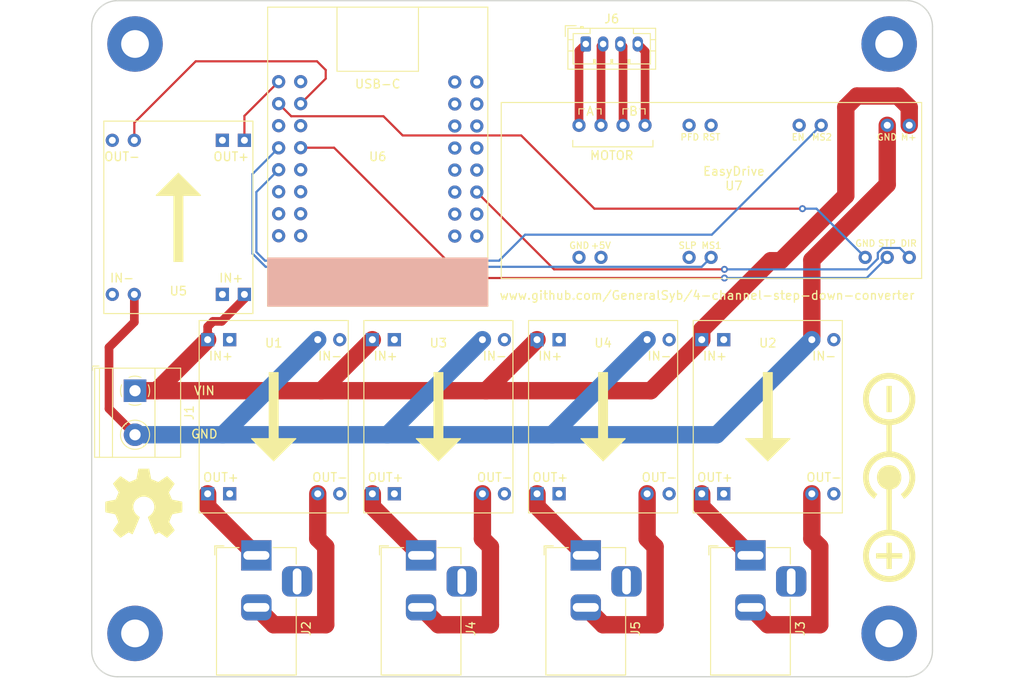
<source format=kicad_pcb>
(kicad_pcb (version 20171130) (host pcbnew "(5.1.10)-1")

  (general
    (thickness 1.6)
    (drawings 11)
    (tracks 118)
    (zones 0)
    (modules 19)
    (nets 73)
  )

  (page A4)
  (layers
    (0 F.Cu signal)
    (31 B.Cu signal)
    (32 B.Adhes user)
    (33 F.Adhes user)
    (34 B.Paste user)
    (35 F.Paste user)
    (36 B.SilkS user)
    (37 F.SilkS user)
    (38 B.Mask user)
    (39 F.Mask user)
    (40 Dwgs.User user)
    (41 Cmts.User user)
    (42 Eco1.User user)
    (43 Eco2.User user)
    (44 Edge.Cuts user)
    (45 Margin user)
    (46 B.CrtYd user)
    (47 F.CrtYd user)
    (48 B.Fab user)
    (49 F.Fab user)
  )

  (setup
    (last_trace_width 0.25)
    (user_trace_width 1)
    (user_trace_width 2)
    (trace_clearance 0.2)
    (zone_clearance 0.508)
    (zone_45_only no)
    (trace_min 0.2)
    (via_size 0.8)
    (via_drill 0.4)
    (via_min_size 0.4)
    (via_min_drill 0.3)
    (uvia_size 0.3)
    (uvia_drill 0.1)
    (uvias_allowed no)
    (uvia_min_size 0.2)
    (uvia_min_drill 0.1)
    (edge_width 0.05)
    (segment_width 0.2)
    (pcb_text_width 0.3)
    (pcb_text_size 1.5 1.5)
    (mod_edge_width 0.12)
    (mod_text_size 1 1)
    (mod_text_width 0.15)
    (pad_size 1.524 1.524)
    (pad_drill 0.762)
    (pad_to_mask_clearance 0)
    (aux_axis_origin 0 0)
    (visible_elements 7FFFFFFF)
    (pcbplotparams
      (layerselection 0x010fc_ffffffff)
      (usegerberextensions false)
      (usegerberattributes true)
      (usegerberadvancedattributes true)
      (creategerberjobfile true)
      (excludeedgelayer true)
      (linewidth 0.100000)
      (plotframeref false)
      (viasonmask false)
      (mode 1)
      (useauxorigin false)
      (hpglpennumber 1)
      (hpglpenspeed 20)
      (hpglpendiameter 15.000000)
      (psnegative false)
      (psa4output false)
      (plotreference true)
      (plotvalue true)
      (plotinvisibletext false)
      (padsonsilk false)
      (subtractmaskfromsilk false)
      (outputformat 1)
      (mirror false)
      (drillshape 0)
      (scaleselection 1)
      (outputdirectory "bin/"))
  )

  (net 0 "")
  (net 1 "Net-(J1-Pad2)")
  (net 2 "Net-(J1-Pad1)")
  (net 3 "Net-(J2-Pad2)")
  (net 4 "Net-(J2-Pad1)")
  (net 5 "Net-(J3-Pad2)")
  (net 6 "Net-(J3-Pad1)")
  (net 7 "Net-(J4-Pad2)")
  (net 8 "Net-(J4-Pad1)")
  (net 9 "Net-(J5-Pad2)")
  (net 10 "Net-(J5-Pad1)")
  (net 11 "Net-(U1-Pad8)")
  (net 12 "Net-(U1-Pad4)")
  (net 13 "Net-(U1-Pad6)")
  (net 14 "Net-(U1-Pad2)")
  (net 15 "Net-(U2-Pad8)")
  (net 16 "Net-(U2-Pad4)")
  (net 17 "Net-(U2-Pad6)")
  (net 18 "Net-(U2-Pad2)")
  (net 19 "Net-(U3-Pad8)")
  (net 20 "Net-(U3-Pad4)")
  (net 21 "Net-(U3-Pad6)")
  (net 22 "Net-(U3-Pad2)")
  (net 23 "Net-(U4-Pad8)")
  (net 24 "Net-(U4-Pad4)")
  (net 25 "Net-(U4-Pad6)")
  (net 26 "Net-(U4-Pad2)")
  (net 27 "Net-(J6-Pad4)")
  (net 28 "Net-(J6-Pad3)")
  (net 29 "Net-(J6-Pad2)")
  (net 30 "Net-(J6-Pad1)")
  (net 31 "Net-(U5-Pad8)")
  (net 32 "Net-(U5-Pad5)")
  (net 33 "Net-(U5-Pad4)")
  (net 34 "Net-(U5-Pad6)")
  (net 35 "Net-(U5-Pad7)")
  (net 36 "Net-(U5-Pad2)")
  (net 37 "Net-(U6-Pad10)")
  (net 38 "Net-(U6-Pad13)")
  (net 39 "Net-(U6-Pad3V3)")
  (net 40 "Net-(U6-Pad9)")
  (net 41 "Net-(U6-Pad12)")
  (net 42 "Net-(U6-Pad5)")
  (net 43 "Net-(U6-PadEN)")
  (net 44 "Net-(U6-Pad4)")
  (net 45 "Net-(U6-Pad11)")
  (net 46 "Net-(U6-Pad8)")
  (net 47 "Net-(U6-Pad2)")
  (net 48 "Net-(U6-Pad6)")
  (net 49 "Net-(U6-Pad7)")
  (net 50 "Net-(U6-Pad14)")
  (net 51 "Net-(U6-Pad3)")
  (net 52 "Net-(U6-Pad1)")
  (net 53 "Net-(U6-Pad40)")
  (net 54 "Net-(U6-Pad39)")
  (net 55 "Net-(U6-Pad38)")
  (net 56 "Net-(U6-Pad37)")
  (net 57 "Net-(U6-Pad36)")
  (net 58 "Net-(U6-Pad35)")
  (net 59 "Net-(U6-Pad34)")
  (net 60 "Net-(U6-Pad33)")
  (net 61 "Net-(U6-Pad18)")
  (net 62 "Net-(U6-Pad15)")
  (net 63 "Net-(U6-PadGND_OUTER)")
  (net 64 "Net-(U6-Pad17)")
  (net 65 "Net-(U6-Pad16)")
  (net 66 "Net-(U6-Pad21)")
  (net 67 "Net-(U7-PadSLP)")
  (net 68 "Net-(U7-Pad5V+)")
  (net 69 "Net-(U7-PadGND_alt)")
  (net 70 "Net-(U7-PadEN)")
  (net 71 "Net-(U7-PadRST)")
  (net 72 "Net-(U7-PadPFD)")

  (net_class Default "This is the default net class."
    (clearance 0.2)
    (trace_width 0.25)
    (via_dia 0.8)
    (via_drill 0.4)
    (uvia_dia 0.3)
    (uvia_drill 0.1)
    (add_net "Net-(J1-Pad1)")
    (add_net "Net-(J1-Pad2)")
    (add_net "Net-(J2-Pad1)")
    (add_net "Net-(J2-Pad2)")
    (add_net "Net-(J3-Pad1)")
    (add_net "Net-(J3-Pad2)")
    (add_net "Net-(J4-Pad1)")
    (add_net "Net-(J4-Pad2)")
    (add_net "Net-(J5-Pad1)")
    (add_net "Net-(J5-Pad2)")
    (add_net "Net-(J6-Pad1)")
    (add_net "Net-(J6-Pad2)")
    (add_net "Net-(J6-Pad3)")
    (add_net "Net-(J6-Pad4)")
    (add_net "Net-(U1-Pad2)")
    (add_net "Net-(U1-Pad4)")
    (add_net "Net-(U1-Pad6)")
    (add_net "Net-(U1-Pad8)")
    (add_net "Net-(U2-Pad2)")
    (add_net "Net-(U2-Pad4)")
    (add_net "Net-(U2-Pad6)")
    (add_net "Net-(U2-Pad8)")
    (add_net "Net-(U3-Pad2)")
    (add_net "Net-(U3-Pad4)")
    (add_net "Net-(U3-Pad6)")
    (add_net "Net-(U3-Pad8)")
    (add_net "Net-(U4-Pad2)")
    (add_net "Net-(U4-Pad4)")
    (add_net "Net-(U4-Pad6)")
    (add_net "Net-(U4-Pad8)")
    (add_net "Net-(U5-Pad2)")
    (add_net "Net-(U5-Pad4)")
    (add_net "Net-(U5-Pad5)")
    (add_net "Net-(U5-Pad6)")
    (add_net "Net-(U5-Pad7)")
    (add_net "Net-(U5-Pad8)")
    (add_net "Net-(U6-Pad1)")
    (add_net "Net-(U6-Pad10)")
    (add_net "Net-(U6-Pad11)")
    (add_net "Net-(U6-Pad12)")
    (add_net "Net-(U6-Pad13)")
    (add_net "Net-(U6-Pad14)")
    (add_net "Net-(U6-Pad15)")
    (add_net "Net-(U6-Pad16)")
    (add_net "Net-(U6-Pad17)")
    (add_net "Net-(U6-Pad18)")
    (add_net "Net-(U6-Pad2)")
    (add_net "Net-(U6-Pad21)")
    (add_net "Net-(U6-Pad3)")
    (add_net "Net-(U6-Pad33)")
    (add_net "Net-(U6-Pad34)")
    (add_net "Net-(U6-Pad35)")
    (add_net "Net-(U6-Pad36)")
    (add_net "Net-(U6-Pad37)")
    (add_net "Net-(U6-Pad38)")
    (add_net "Net-(U6-Pad39)")
    (add_net "Net-(U6-Pad3V3)")
    (add_net "Net-(U6-Pad4)")
    (add_net "Net-(U6-Pad40)")
    (add_net "Net-(U6-Pad5)")
    (add_net "Net-(U6-Pad6)")
    (add_net "Net-(U6-Pad7)")
    (add_net "Net-(U6-Pad8)")
    (add_net "Net-(U6-Pad9)")
    (add_net "Net-(U6-PadEN)")
    (add_net "Net-(U6-PadGND_OUTER)")
    (add_net "Net-(U7-Pad5V+)")
    (add_net "Net-(U7-PadEN)")
    (add_net "Net-(U7-PadGND_alt)")
    (add_net "Net-(U7-PadPFD)")
    (add_net "Net-(U7-PadRST)")
    (add_net "Net-(U7-PadSLP)")
  )

  (module "Stepper motor driver:EasyDriver" (layer F.Cu) (tedit 6353DA1C) (tstamp 6353F8C1)
    (at 118 42)
    (path /6354163F)
    (fp_text reference U7 (at 0.09 -0.635) (layer F.SilkS)
      (effects (font (size 1 1) (thickness 0.15)))
    )
    (fp_text value EasyDrive (at 0.09 -2.315) (layer F.SilkS)
      (effects (font (size 1 1) (thickness 0.15)))
    )
    (fp_text user B (at -11.5 -9.25) (layer F.SilkS)
      (effects (font (size 1 1) (thickness 0.15)))
    )
    (fp_text user A (at -16.5 -9.25) (layer F.SilkS)
      (effects (font (size 1 1) (thickness 0.15)))
    )
    (fp_text user MOTOR (at -14 -4.135) (layer F.SilkS)
      (effects (font (size 1 1) (thickness 0.15)))
    )
    (fp_text user EN (at 7.5 -6.25) (layer F.SilkS)
      (effects (font (size 0.75 0.75) (thickness 0.125)))
    )
    (fp_text user RST (at -2.5 -6.25) (layer F.SilkS)
      (effects (font (size 0.75 0.75) (thickness 0.125)))
    )
    (fp_text user PFD (at -5 -6.25) (layer F.SilkS)
      (effects (font (size 0.75 0.75) (thickness 0.125)))
    )
    (fp_text user MS2 (at 10.25 -6.25) (layer F.SilkS)
      (effects (font (size 0.75 0.75) (thickness 0.125)))
    )
    (fp_text user M+ (at 20.25 -6.25) (layer F.SilkS)
      (effects (font (size 0.75 0.75) (thickness 0.125)))
    )
    (fp_text user GND (at 17.75 -6.25) (layer F.SilkS)
      (effects (font (size 0.75 0.75) (thickness 0.125)))
    )
    (fp_text user DIR (at 20.25 6) (layer F.SilkS)
      (effects (font (size 0.75 0.75) (thickness 0.125)))
    )
    (fp_text user STP (at 17.75 6) (layer F.SilkS)
      (effects (font (size 0.75 0.75) (thickness 0.125)))
    )
    (fp_text user GND (at 15.25 6) (layer F.SilkS)
      (effects (font (size 0.75 0.75) (thickness 0.125)))
    )
    (fp_text user MS1 (at -2.5 6.25) (layer F.SilkS)
      (effects (font (size 0.75 0.75) (thickness 0.125)))
    )
    (fp_text user SLP (at -5.25 6.25) (layer F.SilkS)
      (effects (font (size 0.75 0.75) (thickness 0.125)))
    )
    (fp_text user GND (at -17.75 6.25) (layer F.SilkS)
      (effects (font (size 0.75 0.75) (thickness 0.125)))
    )
    (fp_text user +5V (at -15.25 6.25) (layer F.SilkS)
      (effects (font (size 0.75 0.75) (thickness 0.125)))
    )
    (fp_line (start -26.75 -10.25) (end 21.75 -10.25) (layer F.SilkS) (width 0.12))
    (fp_line (start 21.75 -10.25) (end 21.75 10.05) (layer F.SilkS) (width 0.12))
    (fp_line (start -26.75 10.05) (end 21.75 10.05) (layer F.SilkS) (width 0.12))
    (fp_line (start -26.75 -10.25) (end -26.75 10.05) (layer F.SilkS) (width 0.12))
    (fp_line (start -18.5 -5.135) (end -9.25 -5.135) (layer F.SilkS) (width 0.12))
    (fp_line (start -9.25 -5.135) (end -9.25 -5.885) (layer F.SilkS) (width 0.12))
    (fp_line (start -18.5 -5.135) (end -18.5 -5.885) (layer F.SilkS) (width 0.12))
    (fp_line (start -10.795 -9.525) (end -10.16 -9.525) (layer F.SilkS) (width 0.12))
    (fp_line (start -10.16 -9.525) (end -10.16 -8.89) (layer F.SilkS) (width 0.12))
    (fp_line (start -12.065 -9.525) (end -12.7 -9.525) (layer F.SilkS) (width 0.12))
    (fp_line (start -12.7 -9.525) (end -12.7 -8.89) (layer F.SilkS) (width 0.12))
    (fp_line (start -15.875 -9.525) (end -15.24 -9.525) (layer F.SilkS) (width 0.12))
    (fp_line (start -15.24 -9.525) (end -15.24 -8.89) (layer F.SilkS) (width 0.12))
    (fp_line (start -17.145 -9.525) (end -17.78 -9.525) (layer F.SilkS) (width 0.12))
    (fp_line (start -17.78 -9.525) (end -17.78 -8.89) (layer F.SilkS) (width 0.12))
    (pad DIR thru_hole circle (at 20.32 7.62) (size 1.524 1.524) (drill 0.8) (layers *.Cu *.Mask)
      (net 42 "Net-(U6-Pad5)"))
    (pad STP thru_hole circle (at 17.78 7.62) (size 1.524 1.524) (drill 0.8) (layers *.Cu *.Mask)
      (net 66 "Net-(U6-Pad21)"))
    (pad GND thru_hole circle (at 15.24 7.62 270) (size 1.524 1.524) (drill 0.8) (layers *.Cu *.Mask)
      (net 63 "Net-(U6-PadGND_OUTER)"))
    (pad MS1 thru_hole circle (at -2.54 7.62) (size 1.524 1.524) (drill 0.8) (layers *.Cu *.Mask)
      (net 61 "Net-(U6-Pad18)"))
    (pad SLP thru_hole circle (at -5.08 7.62) (size 1.524 1.524) (drill 0.8) (layers *.Cu *.Mask)
      (net 67 "Net-(U7-PadSLP)"))
    (pad 5V+ thru_hole circle (at -15.24 7.62) (size 1.524 1.524) (drill 0.8) (layers *.Cu *.Mask)
      (net 68 "Net-(U7-Pad5V+)"))
    (pad GND_alt thru_hole circle (at -17.78 7.62) (size 1.524 1.524) (drill 0.8) (layers *.Cu *.Mask)
      (net 69 "Net-(U7-PadGND_alt)"))
    (pad M+ thru_hole circle (at 20.32 -7.62) (size 1.524 1.524) (drill 0.8) (layers *.Cu *.Mask)
      (net 2 "Net-(J1-Pad1)"))
    (pad GND_IN thru_hole circle (at 17.78 -7.62) (size 1.524 1.524) (drill 0.8) (layers *.Cu *.Mask)
      (net 1 "Net-(J1-Pad2)"))
    (pad MS2 thru_hole circle (at 10.16 -7.62) (size 1.524 1.524) (drill 0.8) (layers *.Cu *.Mask)
      (net 60 "Net-(U6-Pad33)"))
    (pad EN thru_hole circle (at 7.62 -7.62) (size 1.524 1.524) (drill 0.8) (layers *.Cu *.Mask)
      (net 70 "Net-(U7-PadEN)"))
    (pad RST thru_hole circle (at -2.54 -7.62) (size 1.524 1.524) (drill 0.8) (layers *.Cu *.Mask)
      (net 71 "Net-(U7-PadRST)"))
    (pad PFD thru_hole circle (at -5.08 -7.62) (size 1.524 1.524) (drill 0.8) (layers *.Cu *.Mask)
      (net 72 "Net-(U7-PadPFD)"))
    (pad B- thru_hole circle (at -10.16 -7.62) (size 1.524 1.524) (drill 0.8) (layers *.Cu *.Mask)
      (net 27 "Net-(J6-Pad4)"))
    (pad B+ thru_hole circle (at -12.7 -7.62) (size 1.524 1.524) (drill 0.8) (layers *.Cu *.Mask)
      (net 28 "Net-(J6-Pad3)"))
    (pad A- thru_hole circle (at -15.24 -7.62) (size 1.524 1.524) (drill 0.8) (layers *.Cu *.Mask)
      (net 29 "Net-(J6-Pad2)"))
    (pad A+ thru_hole circle (at -17.78 -7.62) (size 1.524 1.524) (drill 0.8) (layers *.Cu *.Mask)
      (net 30 "Net-(J6-Pad1)"))
  )

  (module "Wemos ESP-32 S2 Mini:Wemos ESP-32 S2 Mini" (layer F.Cu) (tedit 634BE2FD) (tstamp 6353F88D)
    (at 77 38 270)
    (path /6353F0F5)
    (fp_text reference U6 (at 0 0) (layer F.SilkS)
      (effects (font (size 1 1) (thickness 0.15)))
    )
    (fp_text value Wemos-ESP32-S2-Mini (at 0 -17.518 90) (layer F.Fab)
      (effects (font (size 1 1) (thickness 0.15)))
    )
    (fp_text user USB-C (at -8.382 0) (layer F.SilkS)
      (effects (font (size 1 1) (thickness 0.15)))
    )
    (fp_text user "Antenna - Leave clear" (at 14.224 0) (layer F.SilkS)
      (effects (font (size 1 1) (thickness 0.15)))
    )
    (fp_line (start -17.25 -4.7) (end -9.85 -4.7) (layer F.SilkS) (width 0.12))
    (fp_line (start -9.85 4.7) (end -9.85 -4.7) (layer F.SilkS) (width 0.12))
    (fp_line (start -17.25 4.7) (end -9.85 4.7) (layer F.SilkS) (width 0.12))
    (fp_poly (pts (xy 17.25 12.7) (xy 11.684 12.7) (xy 11.684 -12.7) (xy 17.25 -12.7)) (layer B.SilkS) (width 0.1))
    (fp_line (start 11.684 -12.7) (end 11.684 12.7) (layer F.SilkS) (width 0.12))
    (fp_line (start -17.25 -12.7) (end -17.25 12.7) (layer F.SilkS) (width 0.12))
    (fp_line (start -17.25 12.7) (end 17.25 12.7) (layer F.SilkS) (width 0.12))
    (fp_line (start 17.25 -12.7) (end 17.25 12.7) (layer F.SilkS) (width 0.12))
    (fp_line (start -17.25 -12.7) (end 17.25 -12.7) (layer F.SilkS) (width 0.12))
    (pad 10 thru_hole circle (at -3.537 -8.89 270) (size 1.524 1.524) (drill 0.8) (layers *.Cu *.Mask)
      (net 37 "Net-(U6-Pad10)"))
    (pad 13 thru_hole circle (at -6.077 -11.43 270) (size 1.524 1.524) (drill 0.8) (layers *.Cu *.Mask)
      (net 38 "Net-(U6-Pad13)"))
    (pad 3V3 thru_hole circle (at -8.617 -11.43 270) (size 1.524 1.524) (drill 0.8) (layers *.Cu *.Mask)
      (net 39 "Net-(U6-Pad3V3)"))
    (pad 9 thru_hole circle (at -0.997 -11.43 270) (size 1.524 1.524) (drill 0.8) (layers *.Cu *.Mask)
      (net 40 "Net-(U6-Pad9)"))
    (pad 12 thru_hole circle (at -6.077 -8.89 270) (size 1.524 1.524) (drill 0.8) (layers *.Cu *.Mask)
      (net 41 "Net-(U6-Pad12)"))
    (pad 5 thru_hole circle (at 4.083 -11.43 270) (size 1.524 1.524) (drill 0.8) (layers *.Cu *.Mask)
      (net 42 "Net-(U6-Pad5)"))
    (pad EN thru_hole circle (at 9.163 -11.43 270) (size 1.524 1.524) (drill 0.8) (layers *.Cu *.Mask)
      (net 43 "Net-(U6-PadEN)"))
    (pad 4 thru_hole circle (at 4.083 -8.89 270) (size 1.524 1.524) (drill 0.8) (layers *.Cu *.Mask)
      (net 44 "Net-(U6-Pad4)"))
    (pad 11 thru_hole circle (at -3.537 -11.43 270) (size 1.524 1.524) (drill 0.8) (layers *.Cu *.Mask)
      (net 45 "Net-(U6-Pad11)"))
    (pad 8 thru_hole circle (at -0.997 -8.89 270) (size 1.524 1.524) (drill 0.8) (layers *.Cu *.Mask)
      (net 46 "Net-(U6-Pad8)"))
    (pad 2 thru_hole circle (at 6.623 -8.89 270) (size 1.524 1.524) (drill 0.8) (layers *.Cu *.Mask)
      (net 47 "Net-(U6-Pad2)"))
    (pad 6 thru_hole circle (at 1.543 -8.89 270) (size 1.524 1.524) (drill 0.8) (layers *.Cu *.Mask)
      (net 48 "Net-(U6-Pad6)"))
    (pad 7 thru_hole circle (at 1.543 -11.43 270) (size 1.524 1.524) (drill 0.8) (layers *.Cu *.Mask)
      (net 49 "Net-(U6-Pad7)"))
    (pad 14 thru_hole circle (at -8.617 -8.89 270) (size 1.524 1.524) (drill 0.8) (layers *.Cu *.Mask)
      (net 50 "Net-(U6-Pad14)"))
    (pad 3 thru_hole circle (at 6.623 -11.43 270) (size 1.524 1.524) (drill 0.8) (layers *.Cu *.Mask)
      (net 51 "Net-(U6-Pad3)"))
    (pad 1 thru_hole circle (at 9.163 -8.89 270) (size 1.524 1.524) (drill 0.8) (layers *.Cu *.Mask)
      (net 52 "Net-(U6-Pad1)"))
    (pad 40 thru_hole circle (at 9.125 8.89 270) (size 1.524 1.524) (drill 0.8) (layers *.Cu *.Mask)
      (net 53 "Net-(U6-Pad40)"))
    (pad 39 thru_hole circle (at 9.125 11.43 270) (size 1.524 1.524) (drill 0.8) (layers *.Cu *.Mask)
      (net 54 "Net-(U6-Pad39)"))
    (pad 38 thru_hole circle (at 6.585 8.89 270) (size 1.524 1.524) (drill 0.8) (layers *.Cu *.Mask)
      (net 55 "Net-(U6-Pad38)"))
    (pad 37 thru_hole circle (at 6.585 11.43 270) (size 1.524 1.524) (drill 0.8) (layers *.Cu *.Mask)
      (net 56 "Net-(U6-Pad37)"))
    (pad 36 thru_hole circle (at 4.045 8.89 270) (size 1.524 1.524) (drill 0.8) (layers *.Cu *.Mask)
      (net 57 "Net-(U6-Pad36)"))
    (pad 35 thru_hole circle (at 4.045 11.43 270) (size 1.524 1.524) (drill 0.8) (layers *.Cu *.Mask)
      (net 58 "Net-(U6-Pad35)"))
    (pad 34 thru_hole circle (at 1.505 8.89 270) (size 1.524 1.524) (drill 0.8) (layers *.Cu *.Mask)
      (net 59 "Net-(U6-Pad34)"))
    (pad 33 thru_hole circle (at 1.505 11.43 270) (size 1.524 1.524) (drill 0.8) (layers *.Cu *.Mask)
      (net 60 "Net-(U6-Pad33)"))
    (pad 18 thru_hole circle (at -1.016 11.43 270) (size 1.524 1.524) (drill 0.8) (layers *.Cu *.Mask)
      (net 61 "Net-(U6-Pad18)"))
    (pad 15 thru_hole circle (at -8.655 8.89 270) (size 1.524 1.524) (drill 0.8) (layers *.Cu *.Mask)
      (net 62 "Net-(U6-Pad15)"))
    (pad VBUS thru_hole circle (at -8.655 11.43 270) (size 1.524 1.524) (drill 0.8) (layers *.Cu *.Mask)
      (net 32 "Net-(U5-Pad5)"))
    (pad GND_INNER thru_hole circle (at -6.115 8.89 270) (size 1.524 1.524) (drill 0.8) (layers *.Cu *.Mask)
      (net 35 "Net-(U5-Pad7)"))
    (pad GND_OUTER thru_hole circle (at -6.115 11.43 270) (size 1.524 1.524) (drill 0.8) (layers *.Cu *.Mask)
      (net 63 "Net-(U6-PadGND_OUTER)"))
    (pad 17 thru_hole circle (at -3.575 8.89 270) (size 1.524 1.524) (drill 0.8) (layers *.Cu *.Mask)
      (net 64 "Net-(U6-Pad17)"))
    (pad 16 thru_hole circle (at -3.575 11.43 270) (size 1.524 1.524) (drill 0.8) (layers *.Cu *.Mask)
      (net 65 "Net-(U6-Pad16)"))
    (pad 21 thru_hole circle (at -1.035 8.89 270) (size 1.524 1.524) (drill 0.8) (layers *.Cu *.Mask)
      (net 66 "Net-(U6-Pad21)"))
  )

  (module "Step-down converters:D-SUN(green) SDC" (layer F.Cu) (tedit 634D8B13) (tstamp 6353F85E)
    (at 54 45 180)
    (path /6353F308)
    (fp_text reference U5 (at 0 -8.5) (layer F.SilkS)
      (effects (font (size 1 1) (thickness 0.15)))
    )
    (fp_text value "D-SUN(green)_SDC" (at 0 -12.5) (layer F.Fab)
      (effects (font (size 1 1) (thickness 0.15)))
    )
    (fp_text user OUT- (at 6.5 7) (layer F.SilkS)
      (effects (font (size 1 1) (thickness 0.15)))
    )
    (fp_text user OUT+ (at -6.096 7) (layer F.SilkS)
      (effects (font (size 1 1) (thickness 0.15)))
    )
    (fp_text user IN- (at 6.5 -7) (layer F.SilkS)
      (effects (font (size 1 1) (thickness 0.15)))
    )
    (fp_text user IN+ (at -6.096 -7) (layer F.SilkS)
      (effects (font (size 1 1) (thickness 0.15)))
    )
    (fp_line (start -8.6 -11.1) (end 8.6 -11.1) (layer F.SilkS) (width 0.12))
    (fp_line (start 8.6 -11.1) (end 8.6 11.1) (layer F.SilkS) (width 0.12))
    (fp_line (start -8.6 11.1) (end 8.6 11.1) (layer F.SilkS) (width 0.12))
    (fp_line (start -8.6 -11.1) (end -8.6 11.1) (layer F.SilkS) (width 0.12))
    (fp_line (start 0 5.08) (end 2.54 2.54) (layer F.SilkS) (width 0.12))
    (fp_line (start 0 5.08) (end -2.54 2.54) (layer F.SilkS) (width 0.12))
    (fp_line (start 0.508 -5.08) (end 0.508 2.54) (layer F.SilkS) (width 0.12))
    (fp_line (start 0.508 2.54) (end 2.54 2.54) (layer F.SilkS) (width 0.12))
    (fp_line (start 0.508 -5.08) (end -0.508 -5.08) (layer F.SilkS) (width 0.12))
    (fp_line (start -0.508 -5.08) (end -0.508 2.54) (layer F.SilkS) (width 0.12))
    (fp_line (start -0.508 2.54) (end -2.54 2.54) (layer F.SilkS) (width 0.12))
    (fp_poly (pts (xy 0.508 2.54) (xy 2.54 2.54) (xy 0 5.08) (xy -2.54 2.54)
      (xy -0.508 2.54) (xy -0.508 -5.08) (xy 0.508 -5.08)) (layer F.SilkS) (width 0.1))
    (pad 8 thru_hole circle (at 7.62 8.89 180) (size 1.524 1.524) (drill 0.8) (layers *.Cu *.Mask)
      (net 31 "Net-(U5-Pad8)"))
    (pad 5 thru_hole rect (at -7.62 8.89 180) (size 1.524 1.524) (drill 0.8) (layers *.Cu *.Mask)
      (net 32 "Net-(U5-Pad5)"))
    (pad 4 thru_hole circle (at 7.62 -8.89 180) (size 1.524 1.524) (drill 0.8) (layers *.Cu *.Mask)
      (net 33 "Net-(U5-Pad4)"))
    (pad 6 thru_hole rect (at -5.08 8.89 180) (size 1.524 1.524) (drill 0.8) (layers *.Cu *.Mask)
      (net 34 "Net-(U5-Pad6)"))
    (pad 7 thru_hole circle (at 5.08 8.89 180) (size 1.524 1.524) (drill 0.8) (layers *.Cu *.Mask)
      (net 35 "Net-(U5-Pad7)"))
    (pad 3 thru_hole circle (at 5.08 -8.89 180) (size 1.524 1.524) (drill 0.8) (layers *.Cu *.Mask)
      (net 1 "Net-(J1-Pad2)"))
    (pad 1 thru_hole rect (at -7.62 -8.89 180) (size 1.524 1.524) (drill 0.8) (layers *.Cu *.Mask)
      (net 2 "Net-(J1-Pad1)"))
    (pad 2 thru_hole rect (at -5.08 -8.89 180) (size 1.524 1.524) (drill 0.8) (layers *.Cu *.Mask)
      (net 36 "Net-(U5-Pad2)"))
  )

  (module Connector_JST:JST_PH_B4B-PH-K_1x04_P2.00mm_Vertical (layer F.Cu) (tedit 5B7745C2) (tstamp 6353F76A)
    (at 101 25)
    (descr "JST PH series connector, B4B-PH-K (http://www.jst-mfg.com/product/pdf/eng/ePH.pdf), generated with kicad-footprint-generator")
    (tags "connector JST PH side entry")
    (path /6355425D)
    (fp_text reference J6 (at 3 -2.9) (layer F.SilkS)
      (effects (font (size 1 1) (thickness 0.15)))
    )
    (fp_text value Conn_01x04_Female (at 3 4) (layer F.Fab)
      (effects (font (size 1 1) (thickness 0.15)))
    )
    (fp_text user %R (at 3 1.5) (layer F.Fab)
      (effects (font (size 1 1) (thickness 0.15)))
    )
    (fp_line (start -2.06 -1.81) (end -2.06 2.91) (layer F.SilkS) (width 0.12))
    (fp_line (start -2.06 2.91) (end 8.06 2.91) (layer F.SilkS) (width 0.12))
    (fp_line (start 8.06 2.91) (end 8.06 -1.81) (layer F.SilkS) (width 0.12))
    (fp_line (start 8.06 -1.81) (end -2.06 -1.81) (layer F.SilkS) (width 0.12))
    (fp_line (start -0.3 -1.81) (end -0.3 -2.01) (layer F.SilkS) (width 0.12))
    (fp_line (start -0.3 -2.01) (end -0.6 -2.01) (layer F.SilkS) (width 0.12))
    (fp_line (start -0.6 -2.01) (end -0.6 -1.81) (layer F.SilkS) (width 0.12))
    (fp_line (start -0.3 -1.91) (end -0.6 -1.91) (layer F.SilkS) (width 0.12))
    (fp_line (start 0.5 -1.81) (end 0.5 -1.2) (layer F.SilkS) (width 0.12))
    (fp_line (start 0.5 -1.2) (end -1.45 -1.2) (layer F.SilkS) (width 0.12))
    (fp_line (start -1.45 -1.2) (end -1.45 2.3) (layer F.SilkS) (width 0.12))
    (fp_line (start -1.45 2.3) (end 7.45 2.3) (layer F.SilkS) (width 0.12))
    (fp_line (start 7.45 2.3) (end 7.45 -1.2) (layer F.SilkS) (width 0.12))
    (fp_line (start 7.45 -1.2) (end 5.5 -1.2) (layer F.SilkS) (width 0.12))
    (fp_line (start 5.5 -1.2) (end 5.5 -1.81) (layer F.SilkS) (width 0.12))
    (fp_line (start -2.06 -0.5) (end -1.45 -0.5) (layer F.SilkS) (width 0.12))
    (fp_line (start -2.06 0.8) (end -1.45 0.8) (layer F.SilkS) (width 0.12))
    (fp_line (start 8.06 -0.5) (end 7.45 -0.5) (layer F.SilkS) (width 0.12))
    (fp_line (start 8.06 0.8) (end 7.45 0.8) (layer F.SilkS) (width 0.12))
    (fp_line (start 0.9 2.3) (end 0.9 1.8) (layer F.SilkS) (width 0.12))
    (fp_line (start 0.9 1.8) (end 1.1 1.8) (layer F.SilkS) (width 0.12))
    (fp_line (start 1.1 1.8) (end 1.1 2.3) (layer F.SilkS) (width 0.12))
    (fp_line (start 1 2.3) (end 1 1.8) (layer F.SilkS) (width 0.12))
    (fp_line (start 2.9 2.3) (end 2.9 1.8) (layer F.SilkS) (width 0.12))
    (fp_line (start 2.9 1.8) (end 3.1 1.8) (layer F.SilkS) (width 0.12))
    (fp_line (start 3.1 1.8) (end 3.1 2.3) (layer F.SilkS) (width 0.12))
    (fp_line (start 3 2.3) (end 3 1.8) (layer F.SilkS) (width 0.12))
    (fp_line (start 4.9 2.3) (end 4.9 1.8) (layer F.SilkS) (width 0.12))
    (fp_line (start 4.9 1.8) (end 5.1 1.8) (layer F.SilkS) (width 0.12))
    (fp_line (start 5.1 1.8) (end 5.1 2.3) (layer F.SilkS) (width 0.12))
    (fp_line (start 5 2.3) (end 5 1.8) (layer F.SilkS) (width 0.12))
    (fp_line (start -1.11 -2.11) (end -2.36 -2.11) (layer F.SilkS) (width 0.12))
    (fp_line (start -2.36 -2.11) (end -2.36 -0.86) (layer F.SilkS) (width 0.12))
    (fp_line (start -1.11 -2.11) (end -2.36 -2.11) (layer F.Fab) (width 0.1))
    (fp_line (start -2.36 -2.11) (end -2.36 -0.86) (layer F.Fab) (width 0.1))
    (fp_line (start -1.95 -1.7) (end -1.95 2.8) (layer F.Fab) (width 0.1))
    (fp_line (start -1.95 2.8) (end 7.95 2.8) (layer F.Fab) (width 0.1))
    (fp_line (start 7.95 2.8) (end 7.95 -1.7) (layer F.Fab) (width 0.1))
    (fp_line (start 7.95 -1.7) (end -1.95 -1.7) (layer F.Fab) (width 0.1))
    (fp_line (start -2.45 -2.2) (end -2.45 3.3) (layer F.CrtYd) (width 0.05))
    (fp_line (start -2.45 3.3) (end 8.45 3.3) (layer F.CrtYd) (width 0.05))
    (fp_line (start 8.45 3.3) (end 8.45 -2.2) (layer F.CrtYd) (width 0.05))
    (fp_line (start 8.45 -2.2) (end -2.45 -2.2) (layer F.CrtYd) (width 0.05))
    (pad 4 thru_hole oval (at 6 0) (size 1.2 1.75) (drill 0.75) (layers *.Cu *.Mask)
      (net 27 "Net-(J6-Pad4)"))
    (pad 3 thru_hole oval (at 4 0) (size 1.2 1.75) (drill 0.75) (layers *.Cu *.Mask)
      (net 28 "Net-(J6-Pad3)"))
    (pad 2 thru_hole oval (at 2 0) (size 1.2 1.75) (drill 0.75) (layers *.Cu *.Mask)
      (net 29 "Net-(J6-Pad2)"))
    (pad 1 thru_hole roundrect (at 0 0) (size 1.2 1.75) (drill 0.75) (layers *.Cu *.Mask) (roundrect_rratio 0.2083325)
      (net 30 "Net-(J6-Pad1)"))
    (model ${KISYS3DMOD}/Connector_JST.3dshapes/JST_PH_B4B-PH-K_1x04_P2.00mm_Vertical.wrl
      (at (xyz 0 0 0))
      (scale (xyz 1 1 1))
      (rotate (xyz 0 0 0))
    )
  )

  (module Symbol:OSHW-Symbol_8.9x8mm_SilkScreen (layer F.Cu) (tedit 0) (tstamp 634E2A83)
    (at 50 78)
    (descr "Open Source Hardware Symbol")
    (tags "Logo Symbol OSHW")
    (attr virtual)
    (fp_text reference REF** (at 0 0) (layer F.SilkS) hide
      (effects (font (size 1 1) (thickness 0.15)))
    )
    (fp_text value OSHW-Symbol_8.9x8mm_SilkScreen (at 0.75 0) (layer F.Fab) hide
      (effects (font (size 1 1) (thickness 0.15)))
    )
    (fp_poly (pts (xy 0.746536 -3.399573) (xy 0.859118 -2.802382) (xy 1.274531 -2.631135) (xy 1.689945 -2.459888)
      (xy 2.188302 -2.798767) (xy 2.327869 -2.893123) (xy 2.454029 -2.97737) (xy 2.560896 -3.047662)
      (xy 2.642583 -3.100153) (xy 2.693202 -3.130996) (xy 2.706987 -3.137647) (xy 2.731821 -3.120542)
      (xy 2.784889 -3.073256) (xy 2.860241 -3.001828) (xy 2.95193 -2.9123) (xy 3.054008 -2.810711)
      (xy 3.160527 -2.703102) (xy 3.265537 -2.595513) (xy 3.363092 -2.493985) (xy 3.447243 -2.404559)
      (xy 3.512041 -2.333274) (xy 3.551538 -2.286172) (xy 3.560981 -2.270408) (xy 3.547392 -2.241347)
      (xy 3.509294 -2.177679) (xy 3.450694 -2.085633) (xy 3.375598 -1.971436) (xy 3.288009 -1.841316)
      (xy 3.237255 -1.767099) (xy 3.144746 -1.631578) (xy 3.062541 -1.509284) (xy 2.994631 -1.406305)
      (xy 2.945001 -1.328727) (xy 2.917641 -1.282639) (xy 2.91353 -1.272953) (xy 2.92285 -1.245426)
      (xy 2.948255 -1.181272) (xy 2.985912 -1.08951) (xy 3.031987 -0.979161) (xy 3.082647 -0.859245)
      (xy 3.13406 -0.738781) (xy 3.18239 -0.626791) (xy 3.223807 -0.532293) (xy 3.254475 -0.464308)
      (xy 3.270562 -0.431857) (xy 3.271512 -0.43058) (xy 3.296773 -0.424383) (xy 3.364046 -0.41056)
      (xy 3.466361 -0.390468) (xy 3.596742 -0.365466) (xy 3.748217 -0.336914) (xy 3.836594 -0.320449)
      (xy 3.998453 -0.289631) (xy 4.14465 -0.260306) (xy 4.267788 -0.234079) (xy 4.36047 -0.212554)
      (xy 4.415302 -0.197335) (xy 4.426324 -0.192507) (xy 4.437119 -0.159826) (xy 4.44583 -0.086015)
      (xy 4.452461 0.020292) (xy 4.457019 0.150467) (xy 4.45951 0.295876) (xy 4.459939 0.44789)
      (xy 4.458312 0.597877) (xy 4.454636 0.737206) (xy 4.448916 0.857245) (xy 4.441158 0.949365)
      (xy 4.431369 1.004932) (xy 4.425497 1.0165) (xy 4.3904 1.030365) (xy 4.316029 1.050188)
      (xy 4.212224 1.073639) (xy 4.08882 1.098391) (xy 4.045742 1.106398) (xy 3.838048 1.144441)
      (xy 3.673985 1.175079) (xy 3.548131 1.199529) (xy 3.455066 1.219009) (xy 3.389368 1.234736)
      (xy 3.345618 1.247928) (xy 3.318393 1.259804) (xy 3.302273 1.27158) (xy 3.300018 1.273908)
      (xy 3.277504 1.3114) (xy 3.243159 1.384365) (xy 3.200412 1.483867) (xy 3.152693 1.600973)
      (xy 3.103431 1.726748) (xy 3.056056 1.852257) (xy 3.013996 1.968565) (xy 2.980681 2.066739)
      (xy 2.959542 2.137843) (xy 2.954006 2.172942) (xy 2.954467 2.174172) (xy 2.973224 2.202861)
      (xy 3.015777 2.265985) (xy 3.077654 2.356973) (xy 3.154383 2.469255) (xy 3.241492 2.59626)
      (xy 3.266299 2.632353) (xy 3.354753 2.763203) (xy 3.432589 2.882591) (xy 3.495567 2.983662)
      (xy 3.539446 3.059559) (xy 3.559986 3.103427) (xy 3.560981 3.108817) (xy 3.543723 3.137144)
      (xy 3.496036 3.193261) (xy 3.424051 3.271137) (xy 3.333898 3.36474) (xy 3.231706 3.468041)
      (xy 3.123606 3.575006) (xy 3.015729 3.679606) (xy 2.914205 3.775809) (xy 2.825163 3.857584)
      (xy 2.754734 3.9189) (xy 2.709048 3.953726) (xy 2.69641 3.959412) (xy 2.666992 3.94602)
      (xy 2.606762 3.909899) (xy 2.52553 3.857136) (xy 2.463031 3.814667) (xy 2.349786 3.73674)
      (xy 2.215675 3.644984) (xy 2.081156 3.553375) (xy 2.008834 3.504346) (xy 1.764039 3.33877)
      (xy 1.558551 3.449875) (xy 1.464937 3.498548) (xy 1.385331 3.536381) (xy 1.331468 3.557958)
      (xy 1.317758 3.560961) (xy 1.301271 3.538793) (xy 1.268746 3.476149) (xy 1.222609 3.378809)
      (xy 1.165291 3.252549) (xy 1.099217 3.10315) (xy 1.026816 2.936388) (xy 0.950517 2.758042)
      (xy 0.872747 2.573891) (xy 0.795935 2.389712) (xy 0.722507 2.211285) (xy 0.654893 2.044387)
      (xy 0.595521 1.894797) (xy 0.546817 1.768293) (xy 0.511211 1.670654) (xy 0.491131 1.607657)
      (xy 0.487901 1.586021) (xy 0.513497 1.558424) (xy 0.569539 1.513625) (xy 0.644312 1.460934)
      (xy 0.650588 1.456765) (xy 0.843846 1.302069) (xy 0.999675 1.121591) (xy 1.116725 0.921102)
      (xy 1.193646 0.706374) (xy 1.229087 0.483177) (xy 1.221698 0.257281) (xy 1.170128 0.034459)
      (xy 1.073027 -0.179521) (xy 1.044459 -0.226336) (xy 0.895869 -0.415382) (xy 0.720328 -0.567188)
      (xy 0.523911 -0.680966) (xy 0.312694 -0.755925) (xy 0.092754 -0.791278) (xy -0.129836 -0.786233)
      (xy -0.348998 -0.740001) (xy -0.558657 -0.651794) (xy -0.752738 -0.520821) (xy -0.812773 -0.467663)
      (xy -0.965564 -0.301261) (xy -1.076902 -0.126088) (xy -1.153276 0.070266) (xy -1.195812 0.264717)
      (xy -1.206313 0.483342) (xy -1.171299 0.703052) (xy -1.094326 0.91642) (xy -0.978952 1.116022)
      (xy -0.828734 1.294429) (xy -0.647226 1.444217) (xy -0.623372 1.460006) (xy -0.547798 1.511712)
      (xy -0.490348 1.556512) (xy -0.462882 1.585117) (xy -0.462482 1.586021) (xy -0.468379 1.616964)
      (xy -0.491754 1.687191) (xy -0.530178 1.790925) (xy -0.581222 1.92239) (xy -0.642457 2.075807)
      (xy -0.711455 2.245401) (xy -0.785786 2.425393) (xy -0.863021 2.610008) (xy -0.940731 2.793468)
      (xy -1.016488 2.969996) (xy -1.087862 3.133814) (xy -1.152425 3.279147) (xy -1.207747 3.400217)
      (xy -1.251399 3.491247) (xy -1.280953 3.54646) (xy -1.292855 3.560961) (xy -1.329222 3.549669)
      (xy -1.397269 3.519385) (xy -1.485263 3.47552) (xy -1.533649 3.449875) (xy -1.739136 3.33877)
      (xy -1.983931 3.504346) (xy -2.108893 3.58917) (xy -2.245704 3.682516) (xy -2.373911 3.770408)
      (xy -2.438128 3.814667) (xy -2.528448 3.875318) (xy -2.604928 3.923381) (xy -2.657592 3.95277)
      (xy -2.674697 3.958982) (xy -2.699594 3.942223) (xy -2.754694 3.895436) (xy -2.834656 3.82348)
      (xy -2.934139 3.731212) (xy -3.047799 3.62349) (xy -3.119684 3.554326) (xy -3.245448 3.430757)
      (xy -3.354136 3.320234) (xy -3.441354 3.227485) (xy -3.50271 3.157237) (xy -3.533808 3.11422)
      (xy -3.536791 3.10549) (xy -3.522946 3.072284) (xy -3.484687 3.005142) (xy -3.426258 2.910863)
      (xy -3.351902 2.796245) (xy -3.265864 2.668083) (xy -3.241397 2.632353) (xy -3.152245 2.502489)
      (xy -3.072261 2.385569) (xy -3.005919 2.288162) (xy -2.957688 2.216839) (xy -2.932042 2.17817)
      (xy -2.929564 2.174172) (xy -2.93327 2.143355) (xy -2.952938 2.075599) (xy -2.985139 1.979839)
      (xy -3.026444 1.865009) (xy -3.073424 1.740044) (xy -3.12265 1.613879) (xy -3.170691 1.495448)
      (xy -3.214118 1.393685) (xy -3.249503 1.317526) (xy -3.273415 1.275904) (xy -3.275115 1.273908)
      (xy -3.289737 1.262013) (xy -3.314434 1.25025) (xy -3.354627 1.237401) (xy -3.415736 1.222249)
      (xy -3.503182 1.203576) (xy -3.622387 1.180165) (xy -3.778772 1.150797) (xy -3.977756 1.114255)
      (xy -4.020839 1.106398) (xy -4.148529 1.081727) (xy -4.259846 1.057593) (xy -4.344954 1.036324)
      (xy -4.394016 1.020248) (xy -4.400594 1.0165) (xy -4.411435 0.983273) (xy -4.420246 0.909021)
      (xy -4.427023 0.802376) (xy -4.431759 0.671967) (xy -4.434449 0.526427) (xy -4.435086 0.374386)
      (xy -4.433665 0.224476) (xy -4.430179 0.085328) (xy -4.424623 -0.034428) (xy -4.416991 -0.126159)
      (xy -4.407277 -0.181234) (xy -4.401421 -0.192507) (xy -4.368819 -0.203877) (xy -4.294581 -0.222376)
      (xy -4.186103 -0.246398) (xy -4.050782 -0.274338) (xy -3.896014 -0.304592) (xy -3.811692 -0.320449)
      (xy -3.651703 -0.350356) (xy -3.509032 -0.37745) (xy -3.390651 -0.400369) (xy -3.303534 -0.417757)
      (xy -3.254654 -0.428253) (xy -3.246609 -0.43058) (xy -3.233012 -0.456814) (xy -3.20427 -0.520005)
      (xy -3.164214 -0.611123) (xy -3.116675 -0.721143) (xy -3.065484 -0.841035) (xy -3.014473 -0.961773)
      (xy -2.967473 -1.074329) (xy -2.928315 -1.169674) (xy -2.90083 -1.238783) (xy -2.88885 -1.272626)
      (xy -2.888627 -1.274105) (xy -2.902208 -1.300803) (xy -2.940284 -1.36224) (xy -2.998852 -1.452311)
      (xy -3.073911 -1.56491) (xy -3.161459 -1.69393) (xy -3.212352 -1.768039) (xy -3.30509 -1.903923)
      (xy -3.387458 -2.027291) (xy -3.455438 -2.131903) (xy -3.505011 -2.211517) (xy -3.532157 -2.259893)
      (xy -3.536078 -2.270738) (xy -3.519224 -2.29598) (xy -3.472631 -2.349876) (xy -3.402251 -2.426387)
      (xy -3.314034 -2.519477) (xy -3.213934 -2.623105) (xy -3.107901 -2.731236) (xy -3.001888 -2.83783)
      (xy -2.901847 -2.93685) (xy -2.813729 -3.022258) (xy -2.743486 -3.088015) (xy -2.697071 -3.128084)
      (xy -2.681543 -3.137647) (xy -2.65626 -3.1242) (xy -2.595788 -3.086425) (xy -2.506007 -3.028165)
      (xy -2.392796 -2.953266) (xy -2.262036 -2.865575) (xy -2.1634 -2.798767) (xy -1.665042 -2.459888)
      (xy -1.249629 -2.631135) (xy -0.834215 -2.802382) (xy -0.721633 -3.399573) (xy -0.60905 -3.996765)
      (xy 0.633953 -3.996765) (xy 0.746536 -3.399573)) (layer F.SilkS) (width 0.01))
  )

  (module Symbol:Polarity_Center_Positive_6mm_SilkScreen (layer F.Cu) (tedit 0) (tstamp 634E0024)
    (at 136 75 270)
    (descr "Polarity Logo, Center Positive")
    (tags "Logo Polarity Center Positive")
    (attr virtual)
    (fp_text reference REF** (at 0 -4 90) (layer F.SilkS) hide
      (effects (font (size 1 1) (thickness 0.15)))
    )
    (fp_text value Polarity_Center_Positive_6mm_SilkScreen (at 1 4 90) (layer F.Fab) hide
      (effects (font (size 1 1) (thickness 0.15)))
    )
    (fp_poly (pts (xy 9.355248 -0.301782) (xy 10.562377 -0.301782) (xy 10.562377 0.301782) (xy 9.355248 0.301782)
      (xy 9.355248 1.508911) (xy 8.751684 1.508911) (xy 8.751684 0.301782) (xy 7.544555 0.301782)
      (xy 7.544555 -0.301538) (xy 8.144976 -0.304804) (xy 8.745396 -0.308069) (xy 8.748662 -0.90849)
      (xy 8.751927 -1.508911) (xy 9.355248 -1.508911) (xy 9.355248 -0.301782)) (layer F.SilkS) (width 0.01))
    (fp_poly (pts (xy -7.53198 0.301782) (xy -10.549802 0.301782) (xy -10.549802 -0.301782) (xy -7.53198 -0.301782)
      (xy -7.53198 0.301782)) (layer F.SilkS) (width 0.01))
    (fp_poly (pts (xy 9.174857 -3.014648) (xy 9.284024 -3.010439) (xy 9.337281 -3.006461) (xy 9.605462 -2.969918)
      (xy 9.868658 -2.910608) (xy 10.124621 -2.829446) (xy 10.371103 -2.727346) (xy 10.605855 -2.605224)
      (xy 10.82663 -2.463993) (xy 11.002476 -2.328892) (xy 11.201601 -2.14635) (xy 11.382043 -1.947388)
      (xy 11.543021 -1.733246) (xy 11.683755 -1.505162) (xy 11.803468 -1.264377) (xy 11.90138 -1.012131)
      (xy 11.964636 -0.798451) (xy 12.018398 -0.543687) (xy 12.051602 -0.281875) (xy 12.064157 -0.017474)
      (xy 12.05597 0.245057) (xy 12.02695 0.501257) (xy 11.994887 0.671311) (xy 11.923092 0.940062)
      (xy 11.829676 1.197173) (xy 11.715269 1.44171) (xy 11.580501 1.672735) (xy 11.426002 1.889311)
      (xy 11.252403 2.090501) (xy 11.060332 2.27537) (xy 10.85042 2.44298) (xy 10.761866 2.504804)
      (xy 10.530064 2.645671) (xy 10.288075 2.763787) (xy 10.035374 2.859355) (xy 9.771434 2.932574)
      (xy 9.515107 2.980834) (xy 9.450666 2.988743) (xy 9.371077 2.996003) (xy 9.281678 3.002373)
      (xy 9.187807 3.007614) (xy 9.094804 3.011484) (xy 9.008007 3.013745) (xy 8.932755 3.014155)
      (xy 8.874386 3.012474) (xy 8.852278 3.01067) (xy 8.821066 3.007233) (xy 8.772553 3.002019)
      (xy 8.714451 2.995854) (xy 8.676238 2.991837) (xy 8.427765 2.953789) (xy 8.178947 2.892397)
      (xy 7.933372 2.809154) (xy 7.694629 2.705555) (xy 7.466304 2.583096) (xy 7.251985 2.443269)
      (xy 7.123317 2.344941) (xy 7.041263 2.274354) (xy 6.951395 2.190585) (xy 6.860509 2.100408)
      (xy 6.775407 2.010595) (xy 6.702885 1.927921) (xy 6.694346 1.917575) (xy 6.547547 1.719178)
      (xy 6.416636 1.503255) (xy 6.302872 1.272735) (xy 6.207511 1.030547) (xy 6.131813 0.77962)
      (xy 6.077036 0.522882) (xy 6.066417 0.455817) (xy 6.043778 0.301782) (xy 3.713079 0.301782)
      (xy 3.418557 0.301813) (xy 3.148274 0.301908) (xy 2.90132 0.302075) (xy 2.676786 0.302318)
      (xy 2.473762 0.302645) (xy 2.291339 0.303061) (xy 2.128606 0.303573) (xy 1.984655 0.304186)
      (xy 1.858576 0.304907) (xy 1.749459 0.305742) (xy 1.656394 0.306697) (xy 1.578473 0.307778)
      (xy 1.514785 0.308992) (xy 1.464421 0.310343) (xy 1.426471 0.31184) (xy 1.400026 0.313486)
      (xy 1.384176 0.31529) (xy 1.378011 0.317256) (xy 1.37788 0.3175) (xy 1.327173 0.476421)
      (xy 1.271105 0.614878) (xy 1.207193 0.737391) (xy 1.132957 0.848478) (xy 1.045915 0.95266)
      (xy 1.006547 0.993825) (xy 0.871272 1.113268) (xy 0.723836 1.212215) (xy 0.566533 1.290661)
      (xy 0.401658 1.348604) (xy 0.231506 1.38604) (xy 0.058372 1.402966) (xy -0.11545 1.399379)
      (xy -0.287664 1.375275) (xy -0.455977 1.33065) (xy -0.618093 1.265503) (xy -0.771717 1.179829)
      (xy -0.914555 1.073625) (xy -0.997447 0.996705) (xy -1.119461 0.858261) (xy -1.218275 0.712292)
      (xy -1.295267 0.556607) (xy -1.326614 0.472636) (xy -1.375202 0.291073) (xy -1.400427 0.108158)
      (xy -1.401845 0.004344) (xy 6.70208 0.004344) (xy 6.712761 0.24759) (xy 6.745199 0.479902)
      (xy 6.79998 0.703923) (xy 6.877694 0.922297) (xy 6.934728 1.049951) (xy 7.048116 1.257535)
      (xy 7.180742 1.449778) (xy 7.331277 1.625814) (xy 7.498393 1.784775) (xy 7.680761 1.925794)
      (xy 7.877053 2.048002) (xy 8.08594 2.150533) (xy 8.306093 2.23252) (xy 8.536185 2.293094)
      (xy 8.774885 2.331388) (xy 8.915149 2.342962) (xy 8.960493 2.345526) (xy 9.000104 2.34792)
      (xy 9.015743 2.34895) (xy 9.039636 2.348885) (xy 9.082896 2.347147) (xy 9.139817 2.344021)
      (xy 9.204695 2.339792) (xy 9.219086 2.338769) (xy 9.465942 2.309097) (xy 9.702815 2.256947)
      (xy 9.928679 2.183209) (xy 10.142509 2.088772) (xy 10.343278 1.974528) (xy 10.529962 1.841366)
      (xy 10.701534 1.690176) (xy 10.85697 1.521849) (xy 10.995243 1.337274) (xy 11.115328 1.137342)
      (xy 11.216199 0.922942) (xy 11.296831 0.694965) (xy 11.348853 0.490396) (xy 11.364778 0.396023)
      (xy 11.377338 0.283696) (xy 11.386253 0.160418) (xy 11.391244 0.033195) (xy 11.392031 -0.09097)
      (xy 11.388335 -0.205073) (xy 11.380336 -0.298428) (xy 11.338179 -0.544573) (xy 11.27385 -0.779343)
      (xy 11.187746 -1.002085) (xy 11.080266 -1.212147) (xy 10.951808 -1.408874) (xy 10.802769 -1.591613)
      (xy 10.633549 -1.759712) (xy 10.444545 -1.912517) (xy 10.361188 -1.970754) (xy 10.16887 -2.084639)
      (xy 9.963132 -2.178815) (xy 9.746574 -2.252959) (xy 9.521795 -2.306745) (xy 9.291396 -2.339851)
      (xy 9.057977 -2.351952) (xy 8.824137 -2.342726) (xy 8.592478 -2.311847) (xy 8.365598 -2.258993)
      (xy 8.273862 -2.230663) (xy 8.05044 -2.143625) (xy 7.840598 -2.036014) (xy 7.645283 -1.909004)
      (xy 7.465446 -1.763769) (xy 7.302034 -1.601483) (xy 7.155996 -1.423319) (xy 7.028281 -1.230451)
      (xy 6.919836 -1.024053) (xy 6.831612 -0.805299) (xy 6.764556 -0.575363) (xy 6.719617 -0.335418)
      (xy 6.71527 -0.302112) (xy 6.710532 -0.250426) (xy 6.706549 -0.181414) (xy 6.703657 -0.102894)
      (xy 6.702192 -0.022684) (xy 6.70208 0.004344) (xy -1.401845 0.004344) (xy -1.402915 -0.073943)
      (xy -1.383295 -0.253064) (xy -1.342196 -0.427039) (xy -1.280244 -0.593704) (xy -1.198068 -0.750892)
      (xy -1.096295 -0.896437) (xy -0.975555 -1.028174) (xy -0.863789 -1.123647) (xy -0.712718 -1.223451)
      (xy -0.550818 -1.301889) (xy -0.380623 -1.358897) (xy -0.204671 -1.394412) (xy -0.025498 -1.40837)
      (xy 0.154362 -1.400708) (xy 0.332372 -1.371363) (xy 0.505996 -1.320272) (xy 0.672698 -1.247369)
      (xy 0.81104 -1.165539) (xy 0.852564 -1.134713) (xy 0.903937 -1.092358) (xy 0.957473 -1.04497)
      (xy 0.990135 -1.014209) (xy 1.098871 -0.89663) (xy 1.190296 -0.770545) (xy 1.266541 -0.632132)
      (xy 1.329734 -0.477568) (xy 1.378259 -0.3175) (xy 1.383286 -0.315514) (xy 1.397888 -0.313692)
      (xy 1.422974 -0.312027) (xy 1.459453 -0.310514) (xy 1.508236 -0.309146) (xy 1.570231 -0.307916)
      (xy 1.646348 -0.30682) (xy 1.737496 -0.30585) (xy 1.844585 -0.305002) (xy 1.968524 -0.304267)
      (xy 2.110222 -0.303641) (xy 2.270588 -0.303118) (xy 2.450533 -0.30269) (xy 2.650965 -0.302353)
      (xy 2.872794 -0.3021) (xy 3.11693 -0.301924) (xy 3.384281 -0.301821) (xy 3.675757 -0.301782)
      (xy 6.045749 -0.301782) (xy 6.054377 -0.380371) (xy 6.077423 -0.538056) (xy 6.112328 -0.707353)
      (xy 6.156755 -0.879114) (xy 6.208371 -1.04419) (xy 6.257 -1.174493) (xy 6.371297 -1.422295)
      (xy 6.505546 -1.65544) (xy 6.658707 -1.873121) (xy 6.829739 -2.074532) (xy 7.017603 -2.258866)
      (xy 7.221259 -2.425314) (xy 7.439665 -2.57307) (xy 7.671783 -2.701326) (xy 7.916573 -2.809276)
      (xy 8.172993 -2.896112) (xy 8.440005 -2.961027) (xy 8.592836 -2.987365) (xy 8.689124 -2.998626)
      (xy 8.802953 -3.007176) (xy 8.92684 -3.012825) (xy 9.053302 -3.01538) (xy 9.174857 -3.014648)) (layer F.SilkS) (width 0.01))
    (fp_poly (pts (xy 0.284256 -3.001128) (xy 0.547425 -2.965017) (xy 0.807122 -2.90509) (xy 1.012228 -2.839465)
      (xy 1.268147 -2.733675) (xy 1.51242 -2.605906) (xy 1.743838 -2.457061) (xy 1.961189 -2.288042)
      (xy 2.163266 -2.099751) (xy 2.348858 -1.893091) (xy 2.443478 -1.771912) (xy 2.476932 -1.726844)
      (xy 2.216524 -1.545576) (xy 2.144808 -1.496046) (xy 2.079485 -1.451675) (xy 2.023498 -1.414402)
      (xy 1.97979 -1.386167) (xy 1.951304 -1.368908) (xy 1.941402 -1.364307) (xy 1.926901 -1.373699)
      (xy 1.903123 -1.398303) (xy 1.875675 -1.4322) (xy 1.732794 -1.602184) (xy 1.570246 -1.759421)
      (xy 1.391036 -1.902042) (xy 1.198171 -2.028182) (xy 0.994655 -2.135971) (xy 0.783496 -2.223543)
      (xy 0.567698 -2.28903) (xy 0.457703 -2.313156) (xy 0.217037 -2.346637) (xy -0.023002 -2.355783)
      (xy -0.260705 -2.341111) (xy -0.494363 -2.303139) (xy -0.72227 -2.242382) (xy -0.942717 -2.159358)
      (xy -1.153994 -2.054584) (xy -1.354395 -1.928576) (xy -1.542211 -1.781852) (xy -1.659937 -1.672432)
      (xy -1.825706 -1.490376) (xy -1.969395 -1.296329) (xy -2.091049 -1.090198) (xy -2.190714 -0.871892)
      (xy -2.268438 -0.64132) (xy -2.324266 -0.39839) (xy -2.334213 -0.339501) (xy -2.345559 -0.242621)
      (xy -2.352486 -0.129217) (xy -2.354991 -0.007364) (xy -2.35307 0.114862) (xy -2.346722 0.229384)
      (xy -2.335943 0.328126) (xy -2.334469 0.337789) (xy -2.284095 0.580493) (xy -2.211559 0.813307)
      (xy -2.117667 1.034956) (xy -2.003224 1.244164) (xy -1.869035 1.439658) (xy -1.715905 1.620161)
      (xy -1.544638 1.784399) (xy -1.356041 1.931096) (xy -1.307722 1.963926) (xy -1.097975 2.088025)
      (xy -0.879554 2.189266) (xy -0.654151 2.267417) (xy -0.42346 2.322247) (xy -0.189171 2.353523)
      (xy 0.047023 2.361015) (xy 0.283431 2.34449) (xy 0.518361 2.303717) (xy 0.734803 2.243581)
      (xy 0.962539 2.155388) (xy 1.178452 2.045446) (xy 1.381155 1.914717) (xy 1.569263 1.764161)
      (xy 1.741389 1.594741) (xy 1.844939 1.473836) (xy 1.93834 1.357029) (xy 1.997116 1.399058)
      (xy 2.026126 1.419575) (xy 2.07139 1.451308) (xy 2.128479 1.491166) (xy 2.192965 1.536058)
      (xy 2.260223 1.582754) (xy 2.32278 1.626501) (xy 2.377595 1.665552) (xy 2.421541 1.697618)
      (xy 2.451487 1.72041) (xy 2.464303 1.73164) (xy 2.464555 1.732202) (xy 2.456524 1.749257)
      (xy 2.434321 1.781416) (xy 2.400782 1.825259) (xy 2.358744 1.877364) (xy 2.311043 1.934311)
      (xy 2.260514 1.992677) (xy 2.209995 2.049043) (xy 2.16232 2.099988) (xy 2.144448 2.118319)
      (xy 1.940602 2.307021) (xy 1.724123 2.474233) (xy 1.495976 2.61955) (xy 1.257126 2.74257)
      (xy 1.008539 2.842889) (xy 0.751181 2.920101) (xy 0.486016 2.973804) (xy 0.214011 3.003594)
      (xy 0.012575 3.010009) (xy -0.243699 3.001123) (xy -0.486153 2.973925) (xy -0.719254 2.927366)
      (xy -0.947468 2.860401) (xy -1.175259 2.771983) (xy -1.348534 2.690949) (xy -1.587073 2.557788)
      (xy -1.811248 2.404378) (xy -2.019904 2.231867) (xy -2.211883 2.041403) (xy -2.386027 1.834133)
      (xy -2.54118 1.611206) (xy -2.676135 1.373868) (xy -2.789227 1.126949) (xy -2.878205 0.876394)
      (xy -2.944096 0.619067) (xy -2.970293 0.477107) (xy -2.998492 0.301682) (xy -6.04193 0.30807)
      (xy -6.051432 0.396089) (xy -6.084346 0.609191) (xy -6.136827 0.829042) (xy -6.206756 1.049657)
      (xy -6.292014 1.265049) (xy -6.390482 1.469234) (xy -6.49424 1.647228) (xy -6.591951 1.78852)
      (xy -6.703809 1.931369) (xy -6.824788 2.070155) (xy -6.949861 2.199258) (xy -7.074001 2.313056)
      (xy -7.133232 2.361737) (xy -7.358571 2.52377) (xy -7.593664 2.662626) (xy -7.838465 2.778289)
      (xy -8.092929 2.870744) (xy -8.35701 2.939973) (xy -8.630664 2.985961) (xy -8.913844 3.008692)
      (xy -8.971732 3.010449) (xy -9.048547 3.011815) (xy -9.120133 3.012465) (xy -9.181259 3.012398)
      (xy -9.226699 3.011615) (xy -9.248366 3.010459) (xy -9.418838 2.991313) (xy -9.570515 2.96932)
      (xy -9.709697 2.943227) (xy -9.842687 2.911783) (xy -9.975787 2.873736) (xy -10.040544 2.853095)
      (xy -10.291003 2.757922) (xy -10.529277 2.641341) (xy -10.75432 2.504491) (xy -10.965087 2.348512)
      (xy -11.160533 2.174541) (xy -11.339612 1.983718) (xy -11.501277 1.777183) (xy -11.644485 1.556073)
      (xy -11.768188 1.321529) (xy -11.871342 1.074689) (xy -11.952901 0.816692) (xy -11.969501 0.751783)
      (xy -11.995396 0.640579) (xy -12.015476 0.540777) (xy -12.030408 0.446295) (xy -12.04086 0.351052)
      (xy -12.047499 0.248966) (xy -12.050993 0.133958) (xy -12.052008 0) (xy -12.051961 -0.006287)
      (xy -11.392277 -0.006287) (xy -11.380589 0.243496) (xy -11.345747 0.48557) (xy -11.288088 0.718899)
      (xy -11.207945 0.942444) (xy -11.105653 1.155171) (xy -10.981549 1.35604) (xy -10.928562 1.429281)
      (xy -10.776416 1.610349) (xy -10.607296 1.773641) (xy -10.422872 1.918261) (xy -10.224812 2.043313)
      (xy -10.014783 2.147901) (xy -9.794455 2.231129) (xy -9.565495 2.292102) (xy -9.329571 2.329924)
      (xy -9.235792 2.338223) (xy -9.176993 2.342248) (xy -9.125609 2.345769) (xy -9.088 2.348348)
      (xy -9.072326 2.349427) (xy -9.050981 2.349184) (xy -9.009949 2.347311) (xy -8.954617 2.344099)
      (xy -8.890374 2.339841) (xy -8.871841 2.338524) (xy -8.62738 2.309016) (xy -8.392608 2.257086)
      (xy -8.16857 2.183783) (xy -7.956314 2.090152) (xy -7.756886 1.977241) (xy -7.571332 1.846096)
      (xy -7.4007 1.697765) (xy -7.246035 1.533294) (xy -7.108384 1.35373) (xy -6.988794 1.16012)
      (xy -6.888311 0.953511) (xy -6.807981 0.734949) (xy -6.748851 0.505482) (xy -6.711969 0.266157)
      (xy -6.703799 0.169753) (xy -6.699129 -0.07928) (xy -6.717617 -0.322066) (xy -6.758571 -0.55736)
      (xy -6.8213 -0.783916) (xy -6.905113 -1.000488) (xy -7.009318 -1.205831) (xy -7.133224 -1.3987)
      (xy -7.27614 -1.577848) (xy -7.437374 -1.742031) (xy -7.616236 -1.890004) (xy -7.812033 -2.020519)
      (xy -7.966054 -2.104451) (xy -8.184917 -2.199453) (xy -8.412286 -2.271733) (xy -8.645855 -2.321274)
      (xy -8.883323 -2.348062) (xy -9.122385 -2.352081) (xy -9.360736 -2.333315) (xy -9.596074 -2.291748)
      (xy -9.826095 -2.227366) (xy -10.048494 -2.140152) (xy -10.094271 -2.118812) (xy -10.303883 -2.004752)
      (xy -10.497469 -1.871949) (xy -10.674261 -1.721652) (xy -10.833495 -1.555108) (xy -10.974402 -1.373564)
      (xy -11.096216 -1.178269) (xy -11.198171 -0.97047) (xy -11.279501 -0.751413) (xy -11.339438 -0.522348)
      (xy -11.377216 -0.284521) (xy -11.39207 -0.039179) (xy -11.392277 -0.006287) (xy -12.051961 -0.006287)
      (xy -12.050991 -0.133835) (xy -12.047509 -0.248714) (xy -12.040919 -0.350763) (xy -12.030579 -0.446106)
      (xy -12.015845 -0.540869) (xy -11.996075 -0.64118) (xy -11.974779 -0.735594) (xy -11.900651 -0.99749)
      (xy -11.804584 -1.248129) (xy -11.687615 -1.486489) (xy -11.550777 -1.711548) (xy -11.395105 -1.922281)
      (xy -11.221632 -2.117667) (xy -11.031395 -2.296684) (xy -10.825425 -2.458307) (xy -10.60476 -2.601516)
      (xy -10.370432 -2.725287) (xy -10.123476 -2.828597) (xy -9.864926 -2.910424) (xy -9.745049 -2.93997)
      (xy -9.641728 -2.962304) (xy -9.550281 -2.97959) (xy -9.464751 -2.992425) (xy -9.37918 -3.001407)
      (xy -9.287608 -3.007132) (xy -9.184078 -3.0102) (xy -9.062632 -3.011206) (xy -9.034604 -3.011212)
      (xy -8.899914 -3.009991) (xy -8.784027 -3.006137) (xy -8.680673 -2.998985) (xy -8.583585 -2.987876)
      (xy -8.486493 -2.972148) (xy -8.383129 -2.951138) (xy -8.312345 -2.934981) (xy -8.066823 -2.865442)
      (xy -7.825035 -2.774094) (xy -7.591406 -2.663026) (xy -7.370362 -2.534331) (xy -7.178007 -2.399149)
      (xy -7.086506 -2.324214) (xy -6.98803 -2.235914) (xy -6.889098 -2.140592) (xy -6.796233 -2.044595)
      (xy -6.715956 -1.95427) (xy -6.696047 -1.930148) (xy -6.544923 -1.724736) (xy -6.410609 -1.504129)
      (xy -6.294631 -1.271846) (xy -6.198516 -1.031408) (xy -6.123789 -0.786335) (xy -6.071976 -0.540146)
      (xy -6.060949 -0.465247) (xy -6.053751 -0.412554) (xy -6.04705 -0.366637) (xy -6.042012 -0.335397)
      (xy -6.041 -0.330074) (xy -6.035164 -0.301782) (xy -2.992673 -0.301782) (xy -2.992673 -0.331589)
      (xy -2.990028 -0.36406) (xy -2.982783 -0.415455) (xy -2.971976 -0.480187) (xy -2.958641 -0.552671)
      (xy -2.943815 -0.627322) (xy -2.928534 -0.698553) (xy -2.913835 -0.760779) (xy -2.91101 -0.771829)
      (xy -2.833687 -1.020275) (xy -2.733013 -1.262697) (xy -2.610485 -1.496942) (xy -2.467601 -1.720861)
      (xy -2.305857 -1.932303) (xy -2.126752 -2.129117) (xy -1.931781 -2.309152) (xy -1.734549 -2.461753)
      (xy -1.507065 -2.607438) (xy -1.268951 -2.731248) (xy -1.02197 -2.832938) (xy -0.767883 -2.912268)
      (xy -0.508455 -2.968994) (xy -0.245447 -3.002875) (xy 0.019378 -3.013667) (xy 0.284256 -3.001128)) (layer F.SilkS) (width 0.01))
  )

  (module MountingHole:MountingHole_3.2mm_M3_Pad_TopBottom (layer F.Cu) (tedit 56D1B4CB) (tstamp 634DFAD0)
    (at 136 93)
    (descr "Mounting Hole 3.2mm, M3")
    (tags "mounting hole 3.2mm m3")
    (attr virtual)
    (fp_text reference REF** (at 0 -4.2) (layer F.SilkS) hide
      (effects (font (size 1 1) (thickness 0.15)))
    )
    (fp_text value MountingHole_3.2mm_M3_Pad_TopBottom (at 0 4.2) (layer F.Fab)
      (effects (font (size 1 1) (thickness 0.15)))
    )
    (fp_circle (center 0 0) (end 3.2 0) (layer Cmts.User) (width 0.15))
    (fp_circle (center 0 0) (end 3.45 0) (layer F.CrtYd) (width 0.05))
    (fp_text user %R (at 0.3 0) (layer F.Fab)
      (effects (font (size 1 1) (thickness 0.15)))
    )
    (pad 1 connect circle (at 0 0) (size 6.4 6.4) (layers B.Cu B.Mask))
    (pad 1 connect circle (at 0 0) (size 6.4 6.4) (layers F.Cu F.Mask))
    (pad 1 thru_hole circle (at 0 0) (size 3.6 3.6) (drill 3.2) (layers *.Cu *.Mask))
  )

  (module MountingHole:MountingHole_3.2mm_M3_Pad_TopBottom (layer F.Cu) (tedit 56D1B4CB) (tstamp 634DFAA2)
    (at 136 25)
    (descr "Mounting Hole 3.2mm, M3")
    (tags "mounting hole 3.2mm m3")
    (attr virtual)
    (fp_text reference REF** (at 0 -4.2) (layer F.SilkS) hide
      (effects (font (size 1 1) (thickness 0.15)))
    )
    (fp_text value MountingHole_3.2mm_M3_Pad_TopBottom (at 0 4.2) (layer F.Fab)
      (effects (font (size 1 1) (thickness 0.15)))
    )
    (fp_circle (center 0 0) (end 3.2 0) (layer Cmts.User) (width 0.15))
    (fp_circle (center 0 0) (end 3.45 0) (layer F.CrtYd) (width 0.05))
    (fp_text user %R (at 0.3 0) (layer F.Fab)
      (effects (font (size 1 1) (thickness 0.15)))
    )
    (pad 1 connect circle (at 0 0) (size 6.4 6.4) (layers B.Cu B.Mask))
    (pad 1 connect circle (at 0 0) (size 6.4 6.4) (layers F.Cu F.Mask))
    (pad 1 thru_hole circle (at 0 0) (size 3.6 3.6) (drill 3.2) (layers *.Cu *.Mask))
  )

  (module MountingHole:MountingHole_3.2mm_M3_Pad_TopBottom (layer F.Cu) (tedit 56D1B4CB) (tstamp 634DF631)
    (at 49 93)
    (descr "Mounting Hole 3.2mm, M3")
    (tags "mounting hole 3.2mm m3")
    (attr virtual)
    (fp_text reference REF** (at 0 -4.2) (layer F.SilkS) hide
      (effects (font (size 1 1) (thickness 0.15)))
    )
    (fp_text value MountingHole_3.2mm_M3_Pad_TopBottom (at 0 4) (layer F.Fab)
      (effects (font (size 1 1) (thickness 0.15)))
    )
    (fp_circle (center 0 0) (end 3.2 0) (layer Cmts.User) (width 0.15))
    (fp_circle (center 0 0) (end 3.45 0) (layer F.CrtYd) (width 0.05))
    (fp_text user %R (at 0.3 0) (layer F.Fab)
      (effects (font (size 1 1) (thickness 0.15)))
    )
    (pad 1 connect circle (at 0 0) (size 6.4 6.4) (layers B.Cu B.Mask))
    (pad 1 connect circle (at 0 0) (size 6.4 6.4) (layers F.Cu F.Mask))
    (pad 1 thru_hole circle (at 0 0) (size 3.6 3.6) (drill 3.2) (layers *.Cu *.Mask))
  )

  (module MountingHole:MountingHole_3.2mm_M3_Pad_TopBottom (layer F.Cu) (tedit 56D1B4CB) (tstamp 634DF5EB)
    (at 49 25)
    (descr "Mounting Hole 3.2mm, M3")
    (tags "mounting hole 3.2mm m3")
    (attr virtual)
    (fp_text reference REF** (at 0 -4.2) (layer F.SilkS) hide
      (effects (font (size 1 1) (thickness 0.15)))
    )
    (fp_text value MountingHole_3.2mm_M3_Pad_TopBottom (at 0 4.2) (layer F.Fab)
      (effects (font (size 1 1) (thickness 0.15)))
    )
    (fp_circle (center 0 0) (end 3.2 0) (layer Cmts.User) (width 0.15))
    (fp_circle (center 0 0) (end 3.45 0) (layer F.CrtYd) (width 0.05))
    (fp_text user %R (at 0.3 0) (layer F.Fab)
      (effects (font (size 1 1) (thickness 0.15)))
    )
    (pad 1 connect circle (at 0 0) (size 6.4 6.4) (layers B.Cu B.Mask))
    (pad 1 connect circle (at 0 0) (size 6.4 6.4) (layers F.Cu F.Mask))
    (pad 1 thru_hole circle (at 0 0) (size 3.6 3.6) (drill 3.2) (layers *.Cu *.Mask))
  )

  (module Connector_BarrelJack:BarrelJack_Horizontal (layer F.Cu) (tedit 5A1DBF6A) (tstamp 634DE4D4)
    (at 120 84 90)
    (descr "DC Barrel Jack")
    (tags "Power Jack")
    (path /634DE3BF)
    (fp_text reference J3 (at -8.45 5.75 90) (layer F.SilkS)
      (effects (font (size 1 1) (thickness 0.15)))
    )
    (fp_text value Barrel_Jack_MountingPin (at -6.2 -5.5 90) (layer F.Fab)
      (effects (font (size 1 1) (thickness 0.15)))
    )
    (fp_line (start -0.003213 -4.505425) (end 0.8 -3.75) (layer F.Fab) (width 0.1))
    (fp_line (start 1.1 -3.75) (end 1.1 -4.8) (layer F.SilkS) (width 0.12))
    (fp_line (start 0.05 -4.8) (end 1.1 -4.8) (layer F.SilkS) (width 0.12))
    (fp_line (start 1 -4.5) (end 1 -4.75) (layer F.CrtYd) (width 0.05))
    (fp_line (start 1 -4.75) (end -14 -4.75) (layer F.CrtYd) (width 0.05))
    (fp_line (start 1 -4.5) (end 1 -2) (layer F.CrtYd) (width 0.05))
    (fp_line (start 1 -2) (end 2 -2) (layer F.CrtYd) (width 0.05))
    (fp_line (start 2 -2) (end 2 2) (layer F.CrtYd) (width 0.05))
    (fp_line (start 2 2) (end 1 2) (layer F.CrtYd) (width 0.05))
    (fp_line (start 1 2) (end 1 4.75) (layer F.CrtYd) (width 0.05))
    (fp_line (start 1 4.75) (end -1 4.75) (layer F.CrtYd) (width 0.05))
    (fp_line (start -1 4.75) (end -1 6.75) (layer F.CrtYd) (width 0.05))
    (fp_line (start -1 6.75) (end -5 6.75) (layer F.CrtYd) (width 0.05))
    (fp_line (start -5 6.75) (end -5 4.75) (layer F.CrtYd) (width 0.05))
    (fp_line (start -5 4.75) (end -14 4.75) (layer F.CrtYd) (width 0.05))
    (fp_line (start -14 4.75) (end -14 -4.75) (layer F.CrtYd) (width 0.05))
    (fp_line (start -5 4.6) (end -13.8 4.6) (layer F.SilkS) (width 0.12))
    (fp_line (start -13.8 4.6) (end -13.8 -4.6) (layer F.SilkS) (width 0.12))
    (fp_line (start 0.9 1.9) (end 0.9 4.6) (layer F.SilkS) (width 0.12))
    (fp_line (start 0.9 4.6) (end -1 4.6) (layer F.SilkS) (width 0.12))
    (fp_line (start -13.8 -4.6) (end 0.9 -4.6) (layer F.SilkS) (width 0.12))
    (fp_line (start 0.9 -4.6) (end 0.9 -2) (layer F.SilkS) (width 0.12))
    (fp_line (start -10.2 -4.5) (end -10.2 4.5) (layer F.Fab) (width 0.1))
    (fp_line (start -13.7 -4.5) (end -13.7 4.5) (layer F.Fab) (width 0.1))
    (fp_line (start -13.7 4.5) (end 0.8 4.5) (layer F.Fab) (width 0.1))
    (fp_line (start 0.8 4.5) (end 0.8 -3.75) (layer F.Fab) (width 0.1))
    (fp_line (start 0 -4.5) (end -13.7 -4.5) (layer F.Fab) (width 0.1))
    (fp_text user %R (at -3 -2.95 90) (layer F.Fab)
      (effects (font (size 1 1) (thickness 0.15)))
    )
    (pad 3 thru_hole roundrect (at -3 4.7 90) (size 3.5 3.5) (drill oval 3 1) (layers *.Cu *.Mask) (roundrect_rratio 0.25))
    (pad 2 thru_hole roundrect (at -6 0 90) (size 3 3.5) (drill oval 1 3) (layers *.Cu *.Mask) (roundrect_rratio 0.25)
      (net 5 "Net-(J3-Pad2)"))
    (pad 1 thru_hole rect (at 0 0 90) (size 3.5 3.5) (drill oval 1 3) (layers *.Cu *.Mask)
      (net 6 "Net-(J3-Pad1)"))
    (model ${KISYS3DMOD}/Connector_BarrelJack.3dshapes/BarrelJack_Horizontal.wrl
      (at (xyz 0 0 0))
      (scale (xyz 1 1 1))
      (rotate (xyz 0 0 0))
    )
  )

  (module "Step-down converters:D-SUN(green) SDC" (layer F.Cu) (tedit 634D8B13) (tstamp 634DE58A)
    (at 103 68)
    (path /634E0D21)
    (fp_text reference U4 (at 0 -8.5) (layer F.SilkS)
      (effects (font (size 1 1) (thickness 0.15)))
    )
    (fp_text value "D-SUN(green)_SDC" (at 0 -12.5) (layer F.Fab)
      (effects (font (size 1 1) (thickness 0.15)))
    )
    (fp_line (start -8.6 -11.1) (end 8.6 -11.1) (layer F.SilkS) (width 0.12))
    (fp_line (start 8.6 -11.1) (end 8.6 11.1) (layer F.SilkS) (width 0.12))
    (fp_line (start -8.6 11.1) (end 8.6 11.1) (layer F.SilkS) (width 0.12))
    (fp_line (start -8.6 -11.1) (end -8.6 11.1) (layer F.SilkS) (width 0.12))
    (fp_line (start 0 5.08) (end 2.54 2.54) (layer F.SilkS) (width 0.12))
    (fp_line (start 0 5.08) (end -2.54 2.54) (layer F.SilkS) (width 0.12))
    (fp_line (start 0.508 -5.08) (end 0.508 2.54) (layer F.SilkS) (width 0.12))
    (fp_line (start 0.508 2.54) (end 2.54 2.54) (layer F.SilkS) (width 0.12))
    (fp_line (start 0.508 -5.08) (end -0.508 -5.08) (layer F.SilkS) (width 0.12))
    (fp_line (start -0.508 -5.08) (end -0.508 2.54) (layer F.SilkS) (width 0.12))
    (fp_line (start -0.508 2.54) (end -2.54 2.54) (layer F.SilkS) (width 0.12))
    (fp_poly (pts (xy 0.508 2.54) (xy 2.54 2.54) (xy 0 5.08) (xy -2.54 2.54)
      (xy -0.508 2.54) (xy -0.508 -5.08) (xy 0.508 -5.08)) (layer F.SilkS) (width 0.1))
    (fp_text user OUT- (at 6.5 7) (layer F.SilkS)
      (effects (font (size 1 1) (thickness 0.15)))
    )
    (fp_text user OUT+ (at -6.096 7) (layer F.SilkS)
      (effects (font (size 1 1) (thickness 0.15)))
    )
    (fp_text user IN- (at 6.5 -7) (layer F.SilkS)
      (effects (font (size 1 1) (thickness 0.15)))
    )
    (fp_text user IN+ (at -6.096 -7) (layer F.SilkS)
      (effects (font (size 1 1) (thickness 0.15)))
    )
    (pad 8 thru_hole circle (at 7.62 8.89) (size 1.524 1.524) (drill 0.8) (layers *.Cu *.Mask)
      (net 23 "Net-(U4-Pad8)"))
    (pad 5 thru_hole rect (at -7.62 8.89) (size 1.524 1.524) (drill 0.8) (layers *.Cu *.Mask)
      (net 10 "Net-(J5-Pad1)"))
    (pad 4 thru_hole circle (at 7.62 -8.89) (size 1.524 1.524) (drill 0.8) (layers *.Cu *.Mask)
      (net 24 "Net-(U4-Pad4)"))
    (pad 6 thru_hole rect (at -5.08 8.89) (size 1.524 1.524) (drill 0.8) (layers *.Cu *.Mask)
      (net 25 "Net-(U4-Pad6)"))
    (pad 7 thru_hole circle (at 5.08 8.89) (size 1.524 1.524) (drill 0.8) (layers *.Cu *.Mask)
      (net 9 "Net-(J5-Pad2)"))
    (pad 3 thru_hole circle (at 5.08 -8.89) (size 1.524 1.524) (drill 0.8) (layers *.Cu *.Mask)
      (net 1 "Net-(J1-Pad2)"))
    (pad 1 thru_hole rect (at -7.62 -8.89) (size 1.524 1.524) (drill 0.8) (layers *.Cu *.Mask)
      (net 2 "Net-(J1-Pad1)"))
    (pad 2 thru_hole rect (at -5.08 -8.89) (size 1.524 1.524) (drill 0.8) (layers *.Cu *.Mask)
      (net 26 "Net-(U4-Pad2)"))
  )

  (module "Step-down converters:D-SUN(green) SDC" (layer F.Cu) (tedit 634D8B13) (tstamp 634DE56E)
    (at 84 68)
    (path /634E0C7B)
    (fp_text reference U3 (at 0 -8.5) (layer F.SilkS)
      (effects (font (size 1 1) (thickness 0.15)))
    )
    (fp_text value "D-SUN(green)_SDC" (at 0 -12.5) (layer F.Fab)
      (effects (font (size 1 1) (thickness 0.15)))
    )
    (fp_line (start -8.6 -11.1) (end 8.6 -11.1) (layer F.SilkS) (width 0.12))
    (fp_line (start 8.6 -11.1) (end 8.6 11.1) (layer F.SilkS) (width 0.12))
    (fp_line (start -8.6 11.1) (end 8.6 11.1) (layer F.SilkS) (width 0.12))
    (fp_line (start -8.6 -11.1) (end -8.6 11.1) (layer F.SilkS) (width 0.12))
    (fp_line (start 0 5.08) (end 2.54 2.54) (layer F.SilkS) (width 0.12))
    (fp_line (start 0 5.08) (end -2.54 2.54) (layer F.SilkS) (width 0.12))
    (fp_line (start 0.508 -5.08) (end 0.508 2.54) (layer F.SilkS) (width 0.12))
    (fp_line (start 0.508 2.54) (end 2.54 2.54) (layer F.SilkS) (width 0.12))
    (fp_line (start 0.508 -5.08) (end -0.508 -5.08) (layer F.SilkS) (width 0.12))
    (fp_line (start -0.508 -5.08) (end -0.508 2.54) (layer F.SilkS) (width 0.12))
    (fp_line (start -0.508 2.54) (end -2.54 2.54) (layer F.SilkS) (width 0.12))
    (fp_poly (pts (xy 0.508 2.54) (xy 2.54 2.54) (xy 0 5.08) (xy -2.54 2.54)
      (xy -0.508 2.54) (xy -0.508 -5.08) (xy 0.508 -5.08)) (layer F.SilkS) (width 0.1))
    (fp_text user OUT- (at 6.5 7) (layer F.SilkS)
      (effects (font (size 1 1) (thickness 0.15)))
    )
    (fp_text user OUT+ (at -6.096 7) (layer F.SilkS)
      (effects (font (size 1 1) (thickness 0.15)))
    )
    (fp_text user IN- (at 6.5 -7) (layer F.SilkS)
      (effects (font (size 1 1) (thickness 0.15)))
    )
    (fp_text user IN+ (at -6.096 -7) (layer F.SilkS)
      (effects (font (size 1 1) (thickness 0.15)))
    )
    (pad 8 thru_hole circle (at 7.62 8.89) (size 1.524 1.524) (drill 0.8) (layers *.Cu *.Mask)
      (net 19 "Net-(U3-Pad8)"))
    (pad 5 thru_hole rect (at -7.62 8.89) (size 1.524 1.524) (drill 0.8) (layers *.Cu *.Mask)
      (net 8 "Net-(J4-Pad1)"))
    (pad 4 thru_hole circle (at 7.62 -8.89) (size 1.524 1.524) (drill 0.8) (layers *.Cu *.Mask)
      (net 20 "Net-(U3-Pad4)"))
    (pad 6 thru_hole rect (at -5.08 8.89) (size 1.524 1.524) (drill 0.8) (layers *.Cu *.Mask)
      (net 21 "Net-(U3-Pad6)"))
    (pad 7 thru_hole circle (at 5.08 8.89) (size 1.524 1.524) (drill 0.8) (layers *.Cu *.Mask)
      (net 7 "Net-(J4-Pad2)"))
    (pad 3 thru_hole circle (at 5.08 -8.89) (size 1.524 1.524) (drill 0.8) (layers *.Cu *.Mask)
      (net 1 "Net-(J1-Pad2)"))
    (pad 1 thru_hole rect (at -7.62 -8.89) (size 1.524 1.524) (drill 0.8) (layers *.Cu *.Mask)
      (net 2 "Net-(J1-Pad1)"))
    (pad 2 thru_hole rect (at -5.08 -8.89) (size 1.524 1.524) (drill 0.8) (layers *.Cu *.Mask)
      (net 22 "Net-(U3-Pad2)"))
  )

  (module "Step-down converters:D-SUN(green) SDC" (layer F.Cu) (tedit 634D8B13) (tstamp 634DE552)
    (at 122 68)
    (path /634DE363)
    (fp_text reference U2 (at 0 -8.5) (layer F.SilkS)
      (effects (font (size 1 1) (thickness 0.15)))
    )
    (fp_text value "D-SUN(green)_SDC" (at 0 -12.5) (layer F.Fab)
      (effects (font (size 1 1) (thickness 0.15)))
    )
    (fp_line (start -8.6 -11.1) (end 8.6 -11.1) (layer F.SilkS) (width 0.12))
    (fp_line (start 8.6 -11.1) (end 8.6 11.1) (layer F.SilkS) (width 0.12))
    (fp_line (start -8.6 11.1) (end 8.6 11.1) (layer F.SilkS) (width 0.12))
    (fp_line (start -8.6 -11.1) (end -8.6 11.1) (layer F.SilkS) (width 0.12))
    (fp_line (start 0 5.08) (end 2.54 2.54) (layer F.SilkS) (width 0.12))
    (fp_line (start 0 5.08) (end -2.54 2.54) (layer F.SilkS) (width 0.12))
    (fp_line (start 0.508 -5.08) (end 0.508 2.54) (layer F.SilkS) (width 0.12))
    (fp_line (start 0.508 2.54) (end 2.54 2.54) (layer F.SilkS) (width 0.12))
    (fp_line (start 0.508 -5.08) (end -0.508 -5.08) (layer F.SilkS) (width 0.12))
    (fp_line (start -0.508 -5.08) (end -0.508 2.54) (layer F.SilkS) (width 0.12))
    (fp_line (start -0.508 2.54) (end -2.54 2.54) (layer F.SilkS) (width 0.12))
    (fp_poly (pts (xy 0.508 2.54) (xy 2.54 2.54) (xy 0 5.08) (xy -2.54 2.54)
      (xy -0.508 2.54) (xy -0.508 -5.08) (xy 0.508 -5.08)) (layer F.SilkS) (width 0.1))
    (fp_text user OUT- (at 6.5 7) (layer F.SilkS)
      (effects (font (size 1 1) (thickness 0.15)))
    )
    (fp_text user OUT+ (at -6.096 7) (layer F.SilkS)
      (effects (font (size 1 1) (thickness 0.15)))
    )
    (fp_text user IN- (at 6.5 -7) (layer F.SilkS)
      (effects (font (size 1 1) (thickness 0.15)))
    )
    (fp_text user IN+ (at -6.096 -7) (layer F.SilkS)
      (effects (font (size 1 1) (thickness 0.15)))
    )
    (pad 8 thru_hole circle (at 7.62 8.89) (size 1.524 1.524) (drill 0.8) (layers *.Cu *.Mask)
      (net 15 "Net-(U2-Pad8)"))
    (pad 5 thru_hole rect (at -7.62 8.89) (size 1.524 1.524) (drill 0.8) (layers *.Cu *.Mask)
      (net 6 "Net-(J3-Pad1)"))
    (pad 4 thru_hole circle (at 7.62 -8.89) (size 1.524 1.524) (drill 0.8) (layers *.Cu *.Mask)
      (net 16 "Net-(U2-Pad4)"))
    (pad 6 thru_hole rect (at -5.08 8.89) (size 1.524 1.524) (drill 0.8) (layers *.Cu *.Mask)
      (net 17 "Net-(U2-Pad6)"))
    (pad 7 thru_hole circle (at 5.08 8.89) (size 1.524 1.524) (drill 0.8) (layers *.Cu *.Mask)
      (net 5 "Net-(J3-Pad2)"))
    (pad 3 thru_hole circle (at 5.08 -8.89) (size 1.524 1.524) (drill 0.8) (layers *.Cu *.Mask)
      (net 1 "Net-(J1-Pad2)"))
    (pad 1 thru_hole rect (at -7.62 -8.89) (size 1.524 1.524) (drill 0.8) (layers *.Cu *.Mask)
      (net 2 "Net-(J1-Pad1)"))
    (pad 2 thru_hole rect (at -5.08 -8.89) (size 1.524 1.524) (drill 0.8) (layers *.Cu *.Mask)
      (net 18 "Net-(U2-Pad2)"))
  )

  (module "Step-down converters:D-SUN(green) SDC" (layer F.Cu) (tedit 634D8B13) (tstamp 634DE536)
    (at 65 68)
    (path /634D8815)
    (fp_text reference U1 (at 0 -8.5) (layer F.SilkS)
      (effects (font (size 1 1) (thickness 0.15)))
    )
    (fp_text value "D-SUN(green)_SDC" (at 0 -12.5) (layer F.Fab)
      (effects (font (size 1 1) (thickness 0.15)))
    )
    (fp_line (start -8.6 -11.1) (end 8.6 -11.1) (layer F.SilkS) (width 0.12))
    (fp_line (start 8.6 -11.1) (end 8.6 11.1) (layer F.SilkS) (width 0.12))
    (fp_line (start -8.6 11.1) (end 8.6 11.1) (layer F.SilkS) (width 0.12))
    (fp_line (start -8.6 -11.1) (end -8.6 11.1) (layer F.SilkS) (width 0.12))
    (fp_line (start 0 5.08) (end 2.54 2.54) (layer F.SilkS) (width 0.12))
    (fp_line (start 0 5.08) (end -2.54 2.54) (layer F.SilkS) (width 0.12))
    (fp_line (start 0.508 -5.08) (end 0.508 2.54) (layer F.SilkS) (width 0.12))
    (fp_line (start 0.508 2.54) (end 2.54 2.54) (layer F.SilkS) (width 0.12))
    (fp_line (start 0.508 -5.08) (end -0.508 -5.08) (layer F.SilkS) (width 0.12))
    (fp_line (start -0.508 -5.08) (end -0.508 2.54) (layer F.SilkS) (width 0.12))
    (fp_line (start -0.508 2.54) (end -2.54 2.54) (layer F.SilkS) (width 0.12))
    (fp_poly (pts (xy 0.508 2.54) (xy 2.54 2.54) (xy 0 5.08) (xy -2.54 2.54)
      (xy -0.508 2.54) (xy -0.508 -5.08) (xy 0.508 -5.08)) (layer F.SilkS) (width 0.1))
    (fp_text user OUT- (at 6.5 7) (layer F.SilkS)
      (effects (font (size 1 1) (thickness 0.15)))
    )
    (fp_text user OUT+ (at -6.096 7) (layer F.SilkS)
      (effects (font (size 1 1) (thickness 0.15)))
    )
    (fp_text user IN- (at 6.5 -7) (layer F.SilkS)
      (effects (font (size 1 1) (thickness 0.15)))
    )
    (fp_text user IN+ (at -6.096 -7) (layer F.SilkS)
      (effects (font (size 1 1) (thickness 0.15)))
    )
    (pad 8 thru_hole circle (at 7.62 8.89) (size 1.524 1.524) (drill 0.8) (layers *.Cu *.Mask)
      (net 11 "Net-(U1-Pad8)"))
    (pad 5 thru_hole rect (at -7.62 8.89) (size 1.524 1.524) (drill 0.8) (layers *.Cu *.Mask)
      (net 4 "Net-(J2-Pad1)"))
    (pad 4 thru_hole circle (at 7.62 -8.89) (size 1.524 1.524) (drill 0.8) (layers *.Cu *.Mask)
      (net 12 "Net-(U1-Pad4)"))
    (pad 6 thru_hole rect (at -5.08 8.89) (size 1.524 1.524) (drill 0.8) (layers *.Cu *.Mask)
      (net 13 "Net-(U1-Pad6)"))
    (pad 7 thru_hole circle (at 5.08 8.89) (size 1.524 1.524) (drill 0.8) (layers *.Cu *.Mask)
      (net 3 "Net-(J2-Pad2)"))
    (pad 3 thru_hole circle (at 5.08 -8.89) (size 1.524 1.524) (drill 0.8) (layers *.Cu *.Mask)
      (net 1 "Net-(J1-Pad2)"))
    (pad 1 thru_hole rect (at -7.62 -8.89) (size 1.524 1.524) (drill 0.8) (layers *.Cu *.Mask)
      (net 2 "Net-(J1-Pad1)"))
    (pad 2 thru_hole rect (at -5.08 -8.89) (size 1.524 1.524) (drill 0.8) (layers *.Cu *.Mask)
      (net 14 "Net-(U1-Pad2)"))
  )

  (module Connector_BarrelJack:BarrelJack_Horizontal (layer F.Cu) (tedit 5A1DBF6A) (tstamp 634DE51A)
    (at 101 84 90)
    (descr "DC Barrel Jack")
    (tags "Power Jack")
    (path /634E0D2B)
    (fp_text reference J5 (at -8.45 5.75 90) (layer F.SilkS)
      (effects (font (size 1 1) (thickness 0.15)))
    )
    (fp_text value Barrel_Jack_MountingPin (at -6.2 -5.5 90) (layer F.Fab)
      (effects (font (size 1 1) (thickness 0.15)))
    )
    (fp_line (start -0.003213 -4.505425) (end 0.8 -3.75) (layer F.Fab) (width 0.1))
    (fp_line (start 1.1 -3.75) (end 1.1 -4.8) (layer F.SilkS) (width 0.12))
    (fp_line (start 0.05 -4.8) (end 1.1 -4.8) (layer F.SilkS) (width 0.12))
    (fp_line (start 1 -4.5) (end 1 -4.75) (layer F.CrtYd) (width 0.05))
    (fp_line (start 1 -4.75) (end -14 -4.75) (layer F.CrtYd) (width 0.05))
    (fp_line (start 1 -4.5) (end 1 -2) (layer F.CrtYd) (width 0.05))
    (fp_line (start 1 -2) (end 2 -2) (layer F.CrtYd) (width 0.05))
    (fp_line (start 2 -2) (end 2 2) (layer F.CrtYd) (width 0.05))
    (fp_line (start 2 2) (end 1 2) (layer F.CrtYd) (width 0.05))
    (fp_line (start 1 2) (end 1 4.75) (layer F.CrtYd) (width 0.05))
    (fp_line (start 1 4.75) (end -1 4.75) (layer F.CrtYd) (width 0.05))
    (fp_line (start -1 4.75) (end -1 6.75) (layer F.CrtYd) (width 0.05))
    (fp_line (start -1 6.75) (end -5 6.75) (layer F.CrtYd) (width 0.05))
    (fp_line (start -5 6.75) (end -5 4.75) (layer F.CrtYd) (width 0.05))
    (fp_line (start -5 4.75) (end -14 4.75) (layer F.CrtYd) (width 0.05))
    (fp_line (start -14 4.75) (end -14 -4.75) (layer F.CrtYd) (width 0.05))
    (fp_line (start -5 4.6) (end -13.8 4.6) (layer F.SilkS) (width 0.12))
    (fp_line (start -13.8 4.6) (end -13.8 -4.6) (layer F.SilkS) (width 0.12))
    (fp_line (start 0.9 1.9) (end 0.9 4.6) (layer F.SilkS) (width 0.12))
    (fp_line (start 0.9 4.6) (end -1 4.6) (layer F.SilkS) (width 0.12))
    (fp_line (start -13.8 -4.6) (end 0.9 -4.6) (layer F.SilkS) (width 0.12))
    (fp_line (start 0.9 -4.6) (end 0.9 -2) (layer F.SilkS) (width 0.12))
    (fp_line (start -10.2 -4.5) (end -10.2 4.5) (layer F.Fab) (width 0.1))
    (fp_line (start -13.7 -4.5) (end -13.7 4.5) (layer F.Fab) (width 0.1))
    (fp_line (start -13.7 4.5) (end 0.8 4.5) (layer F.Fab) (width 0.1))
    (fp_line (start 0.8 4.5) (end 0.8 -3.75) (layer F.Fab) (width 0.1))
    (fp_line (start 0 -4.5) (end -13.7 -4.5) (layer F.Fab) (width 0.1))
    (fp_text user %R (at -3 -2.95 90) (layer F.Fab)
      (effects (font (size 1 1) (thickness 0.15)))
    )
    (pad 3 thru_hole roundrect (at -3 4.7 90) (size 3.5 3.5) (drill oval 3 1) (layers *.Cu *.Mask) (roundrect_rratio 0.25))
    (pad 2 thru_hole roundrect (at -6 0 90) (size 3 3.5) (drill oval 1 3) (layers *.Cu *.Mask) (roundrect_rratio 0.25)
      (net 9 "Net-(J5-Pad2)"))
    (pad 1 thru_hole rect (at 0 0 90) (size 3.5 3.5) (drill oval 1 3) (layers *.Cu *.Mask)
      (net 10 "Net-(J5-Pad1)"))
    (model ${KISYS3DMOD}/Connector_BarrelJack.3dshapes/BarrelJack_Horizontal.wrl
      (at (xyz 0 0 0))
      (scale (xyz 1 1 1))
      (rotate (xyz 0 0 0))
    )
  )

  (module Connector_BarrelJack:BarrelJack_Horizontal (layer F.Cu) (tedit 5A1DBF6A) (tstamp 634DE4F7)
    (at 82 84 90)
    (descr "DC Barrel Jack")
    (tags "Power Jack")
    (path /634E0D11)
    (fp_text reference J4 (at -8.45 5.75 90) (layer F.SilkS)
      (effects (font (size 1 1) (thickness 0.15)))
    )
    (fp_text value Barrel_Jack_MountingPin (at -6.2 -5.5 90) (layer F.Fab)
      (effects (font (size 1 1) (thickness 0.15)))
    )
    (fp_line (start -0.003213 -4.505425) (end 0.8 -3.75) (layer F.Fab) (width 0.1))
    (fp_line (start 1.1 -3.75) (end 1.1 -4.8) (layer F.SilkS) (width 0.12))
    (fp_line (start 0.05 -4.8) (end 1.1 -4.8) (layer F.SilkS) (width 0.12))
    (fp_line (start 1 -4.5) (end 1 -4.75) (layer F.CrtYd) (width 0.05))
    (fp_line (start 1 -4.75) (end -14 -4.75) (layer F.CrtYd) (width 0.05))
    (fp_line (start 1 -4.5) (end 1 -2) (layer F.CrtYd) (width 0.05))
    (fp_line (start 1 -2) (end 2 -2) (layer F.CrtYd) (width 0.05))
    (fp_line (start 2 -2) (end 2 2) (layer F.CrtYd) (width 0.05))
    (fp_line (start 2 2) (end 1 2) (layer F.CrtYd) (width 0.05))
    (fp_line (start 1 2) (end 1 4.75) (layer F.CrtYd) (width 0.05))
    (fp_line (start 1 4.75) (end -1 4.75) (layer F.CrtYd) (width 0.05))
    (fp_line (start -1 4.75) (end -1 6.75) (layer F.CrtYd) (width 0.05))
    (fp_line (start -1 6.75) (end -5 6.75) (layer F.CrtYd) (width 0.05))
    (fp_line (start -5 6.75) (end -5 4.75) (layer F.CrtYd) (width 0.05))
    (fp_line (start -5 4.75) (end -14 4.75) (layer F.CrtYd) (width 0.05))
    (fp_line (start -14 4.75) (end -14 -4.75) (layer F.CrtYd) (width 0.05))
    (fp_line (start -5 4.6) (end -13.8 4.6) (layer F.SilkS) (width 0.12))
    (fp_line (start -13.8 4.6) (end -13.8 -4.6) (layer F.SilkS) (width 0.12))
    (fp_line (start 0.9 1.9) (end 0.9 4.6) (layer F.SilkS) (width 0.12))
    (fp_line (start 0.9 4.6) (end -1 4.6) (layer F.SilkS) (width 0.12))
    (fp_line (start -13.8 -4.6) (end 0.9 -4.6) (layer F.SilkS) (width 0.12))
    (fp_line (start 0.9 -4.6) (end 0.9 -2) (layer F.SilkS) (width 0.12))
    (fp_line (start -10.2 -4.5) (end -10.2 4.5) (layer F.Fab) (width 0.1))
    (fp_line (start -13.7 -4.5) (end -13.7 4.5) (layer F.Fab) (width 0.1))
    (fp_line (start -13.7 4.5) (end 0.8 4.5) (layer F.Fab) (width 0.1))
    (fp_line (start 0.8 4.5) (end 0.8 -3.75) (layer F.Fab) (width 0.1))
    (fp_line (start 0 -4.5) (end -13.7 -4.5) (layer F.Fab) (width 0.1))
    (fp_text user %R (at -3 -2.95 90) (layer F.Fab)
      (effects (font (size 1 1) (thickness 0.15)))
    )
    (pad 3 thru_hole roundrect (at -3 4.7 90) (size 3.5 3.5) (drill oval 3 1) (layers *.Cu *.Mask) (roundrect_rratio 0.25))
    (pad 2 thru_hole roundrect (at -6 0 90) (size 3 3.5) (drill oval 1 3) (layers *.Cu *.Mask) (roundrect_rratio 0.25)
      (net 7 "Net-(J4-Pad2)"))
    (pad 1 thru_hole rect (at 0 0 90) (size 3.5 3.5) (drill oval 1 3) (layers *.Cu *.Mask)
      (net 8 "Net-(J4-Pad1)"))
    (model ${KISYS3DMOD}/Connector_BarrelJack.3dshapes/BarrelJack_Horizontal.wrl
      (at (xyz 0 0 0))
      (scale (xyz 1 1 1))
      (rotate (xyz 0 0 0))
    )
  )

  (module Connector_BarrelJack:BarrelJack_Horizontal (layer F.Cu) (tedit 5A1DBF6A) (tstamp 634DE4B1)
    (at 63 84 90)
    (descr "DC Barrel Jack")
    (tags "Power Jack")
    (path /634D8C3E)
    (fp_text reference J2 (at -8.45 5.75 90) (layer F.SilkS)
      (effects (font (size 1 1) (thickness 0.15)))
    )
    (fp_text value Barrel_Jack_MountingPin (at -6.2 -5.5 90) (layer F.Fab)
      (effects (font (size 1 1) (thickness 0.15)))
    )
    (fp_line (start -0.003213 -4.505425) (end 0.8 -3.75) (layer F.Fab) (width 0.1))
    (fp_line (start 1.1 -3.75) (end 1.1 -4.8) (layer F.SilkS) (width 0.12))
    (fp_line (start 0.05 -4.8) (end 1.1 -4.8) (layer F.SilkS) (width 0.12))
    (fp_line (start 1 -4.5) (end 1 -4.75) (layer F.CrtYd) (width 0.05))
    (fp_line (start 1 -4.75) (end -14 -4.75) (layer F.CrtYd) (width 0.05))
    (fp_line (start 1 -4.5) (end 1 -2) (layer F.CrtYd) (width 0.05))
    (fp_line (start 1 -2) (end 2 -2) (layer F.CrtYd) (width 0.05))
    (fp_line (start 2 -2) (end 2 2) (layer F.CrtYd) (width 0.05))
    (fp_line (start 2 2) (end 1 2) (layer F.CrtYd) (width 0.05))
    (fp_line (start 1 2) (end 1 4.75) (layer F.CrtYd) (width 0.05))
    (fp_line (start 1 4.75) (end -1 4.75) (layer F.CrtYd) (width 0.05))
    (fp_line (start -1 4.75) (end -1 6.75) (layer F.CrtYd) (width 0.05))
    (fp_line (start -1 6.75) (end -5 6.75) (layer F.CrtYd) (width 0.05))
    (fp_line (start -5 6.75) (end -5 4.75) (layer F.CrtYd) (width 0.05))
    (fp_line (start -5 4.75) (end -14 4.75) (layer F.CrtYd) (width 0.05))
    (fp_line (start -14 4.75) (end -14 -4.75) (layer F.CrtYd) (width 0.05))
    (fp_line (start -5 4.6) (end -13.8 4.6) (layer F.SilkS) (width 0.12))
    (fp_line (start -13.8 4.6) (end -13.8 -4.6) (layer F.SilkS) (width 0.12))
    (fp_line (start 0.9 1.9) (end 0.9 4.6) (layer F.SilkS) (width 0.12))
    (fp_line (start 0.9 4.6) (end -1 4.6) (layer F.SilkS) (width 0.12))
    (fp_line (start -13.8 -4.6) (end 0.9 -4.6) (layer F.SilkS) (width 0.12))
    (fp_line (start 0.9 -4.6) (end 0.9 -2) (layer F.SilkS) (width 0.12))
    (fp_line (start -10.2 -4.5) (end -10.2 4.5) (layer F.Fab) (width 0.1))
    (fp_line (start -13.7 -4.5) (end -13.7 4.5) (layer F.Fab) (width 0.1))
    (fp_line (start -13.7 4.5) (end 0.8 4.5) (layer F.Fab) (width 0.1))
    (fp_line (start 0.8 4.5) (end 0.8 -3.75) (layer F.Fab) (width 0.1))
    (fp_line (start 0 -4.5) (end -13.7 -4.5) (layer F.Fab) (width 0.1))
    (fp_text user %R (at -3 -2.95 90) (layer F.Fab)
      (effects (font (size 1 1) (thickness 0.15)))
    )
    (pad 3 thru_hole roundrect (at -3 4.7 90) (size 3.5 3.5) (drill oval 3 1) (layers *.Cu *.Mask) (roundrect_rratio 0.25))
    (pad 2 thru_hole roundrect (at -6 0 90) (size 3 3.5) (drill oval 1 3) (layers *.Cu *.Mask) (roundrect_rratio 0.25)
      (net 3 "Net-(J2-Pad2)"))
    (pad 1 thru_hole rect (at 0 0 90) (size 3.5 3.5) (drill oval 1 3) (layers *.Cu *.Mask)
      (net 4 "Net-(J2-Pad1)"))
    (model ${KISYS3DMOD}/Connector_BarrelJack.3dshapes/BarrelJack_Horizontal.wrl
      (at (xyz 0 0 0))
      (scale (xyz 1 1 1))
      (rotate (xyz 0 0 0))
    )
  )

  (module TerminalBlock_Phoenix:TerminalBlock_Phoenix_MKDS-1,5-2-5.08_1x02_P5.08mm_Horizontal (layer F.Cu) (tedit 5B294EBC) (tstamp 634DE48E)
    (at 49 65 270)
    (descr "Terminal Block Phoenix MKDS-1,5-2-5.08, 2 pins, pitch 5.08mm, size 10.2x9.8mm^2, drill diamater 1.3mm, pad diameter 2.6mm, see http://www.farnell.com/datasheets/100425.pdf, script-generated using https://github.com/pointhi/kicad-footprint-generator/scripts/TerminalBlock_Phoenix")
    (tags "THT Terminal Block Phoenix MKDS-1,5-2-5.08 pitch 5.08mm size 10.2x9.8mm^2 drill 1.3mm pad 2.6mm")
    (path /634E5F75)
    (fp_text reference J1 (at 2.54 -6.26 90) (layer F.SilkS)
      (effects (font (size 1 1) (thickness 0.15)))
    )
    (fp_text value Screw_Terminal_01x02 (at 2.54 5.66 90) (layer F.Fab)
      (effects (font (size 1 1) (thickness 0.15)))
    )
    (fp_circle (center 0 0) (end 1.5 0) (layer F.Fab) (width 0.1))
    (fp_circle (center 5.08 0) (end 6.58 0) (layer F.Fab) (width 0.1))
    (fp_circle (center 5.08 0) (end 6.76 0) (layer F.SilkS) (width 0.12))
    (fp_line (start -2.54 -5.2) (end 7.62 -5.2) (layer F.Fab) (width 0.1))
    (fp_line (start 7.62 -5.2) (end 7.62 4.6) (layer F.Fab) (width 0.1))
    (fp_line (start 7.62 4.6) (end -2.04 4.6) (layer F.Fab) (width 0.1))
    (fp_line (start -2.04 4.6) (end -2.54 4.1) (layer F.Fab) (width 0.1))
    (fp_line (start -2.54 4.1) (end -2.54 -5.2) (layer F.Fab) (width 0.1))
    (fp_line (start -2.54 4.1) (end 7.62 4.1) (layer F.Fab) (width 0.1))
    (fp_line (start -2.6 4.1) (end 7.68 4.1) (layer F.SilkS) (width 0.12))
    (fp_line (start -2.54 2.6) (end 7.62 2.6) (layer F.Fab) (width 0.1))
    (fp_line (start -2.6 2.6) (end 7.68 2.6) (layer F.SilkS) (width 0.12))
    (fp_line (start -2.54 -2.3) (end 7.62 -2.3) (layer F.Fab) (width 0.1))
    (fp_line (start -2.6 -2.301) (end 7.68 -2.301) (layer F.SilkS) (width 0.12))
    (fp_line (start -2.6 -5.261) (end 7.68 -5.261) (layer F.SilkS) (width 0.12))
    (fp_line (start -2.6 4.66) (end 7.68 4.66) (layer F.SilkS) (width 0.12))
    (fp_line (start -2.6 -5.261) (end -2.6 4.66) (layer F.SilkS) (width 0.12))
    (fp_line (start 7.68 -5.261) (end 7.68 4.66) (layer F.SilkS) (width 0.12))
    (fp_line (start 1.138 -0.955) (end -0.955 1.138) (layer F.Fab) (width 0.1))
    (fp_line (start 0.955 -1.138) (end -1.138 0.955) (layer F.Fab) (width 0.1))
    (fp_line (start 6.218 -0.955) (end 4.126 1.138) (layer F.Fab) (width 0.1))
    (fp_line (start 6.035 -1.138) (end 3.943 0.955) (layer F.Fab) (width 0.1))
    (fp_line (start 6.355 -1.069) (end 6.308 -1.023) (layer F.SilkS) (width 0.12))
    (fp_line (start 4.046 1.239) (end 4.011 1.274) (layer F.SilkS) (width 0.12))
    (fp_line (start 6.15 -1.275) (end 6.115 -1.239) (layer F.SilkS) (width 0.12))
    (fp_line (start 3.853 1.023) (end 3.806 1.069) (layer F.SilkS) (width 0.12))
    (fp_line (start -2.84 4.16) (end -2.84 4.9) (layer F.SilkS) (width 0.12))
    (fp_line (start -2.84 4.9) (end -2.34 4.9) (layer F.SilkS) (width 0.12))
    (fp_line (start -3.04 -5.71) (end -3.04 5.1) (layer F.CrtYd) (width 0.05))
    (fp_line (start -3.04 5.1) (end 8.13 5.1) (layer F.CrtYd) (width 0.05))
    (fp_line (start 8.13 5.1) (end 8.13 -5.71) (layer F.CrtYd) (width 0.05))
    (fp_line (start 8.13 -5.71) (end -3.04 -5.71) (layer F.CrtYd) (width 0.05))
    (fp_text user %R (at 2.54 3.2 90) (layer F.Fab)
      (effects (font (size 1 1) (thickness 0.15)))
    )
    (fp_arc (start 0 0) (end -0.684 1.535) (angle -25) (layer F.SilkS) (width 0.12))
    (fp_arc (start 0 0) (end -1.535 -0.684) (angle -48) (layer F.SilkS) (width 0.12))
    (fp_arc (start 0 0) (end 0.684 -1.535) (angle -48) (layer F.SilkS) (width 0.12))
    (fp_arc (start 0 0) (end 1.535 0.684) (angle -48) (layer F.SilkS) (width 0.12))
    (fp_arc (start 0 0) (end 0 1.68) (angle -24) (layer F.SilkS) (width 0.12))
    (pad 2 thru_hole circle (at 5.08 0 270) (size 2.6 2.6) (drill 1.3) (layers *.Cu *.Mask)
      (net 1 "Net-(J1-Pad2)"))
    (pad 1 thru_hole rect (at 0 0 270) (size 2.6 2.6) (drill 1.3) (layers *.Cu *.Mask)
      (net 2 "Net-(J1-Pad1)"))
    (model ${KISYS3DMOD}/TerminalBlock_Phoenix.3dshapes/TerminalBlock_Phoenix_MKDS-1,5-2-5.08_1x02_P5.08mm_Horizontal.wrl
      (at (xyz 0 0 0))
      (scale (xyz 1 1 1))
      (rotate (xyz 0 0 0))
    )
  )

  (gr_text www.github.com/GeneralSyb/4-channel-step-down-converter (at 115 54) (layer F.SilkS)
    (effects (font (size 1 1) (thickness 0.15)))
  )
  (gr_text VIN (at 57 65) (layer F.SilkS)
    (effects (font (size 1 1) (thickness 0.15)))
  )
  (gr_text GND (at 57 70) (layer F.SilkS)
    (effects (font (size 1 1) (thickness 0.15)))
  )
  (gr_arc (start 138 95) (end 138 98) (angle -90) (layer Edge.Cuts) (width 0.15))
  (gr_arc (start 138 23) (end 141 23) (angle -90) (layer Edge.Cuts) (width 0.15))
  (gr_arc (start 47 23) (end 47 20) (angle -90) (layer Edge.Cuts) (width 0.15))
  (gr_arc (start 47 95) (end 44 95) (angle -90) (layer Edge.Cuts) (width 0.15))
  (gr_line (start 138 20) (end 47 20) (layer Edge.Cuts) (width 0.15) (tstamp 634DF593))
  (gr_line (start 141 95) (end 141 23) (layer Edge.Cuts) (width 0.15))
  (gr_line (start 47 98) (end 138 98) (layer Edge.Cuts) (width 0.15))
  (gr_line (start 44 23) (end 44 95) (layer Edge.Cuts) (width 0.15))

  (segment (start 59.11 70.08) (end 70.08 59.11) (width 2) (layer B.Cu) (net 1))
  (segment (start 49 70.08) (end 59.11 70.08) (width 2) (layer B.Cu) (net 1))
  (segment (start 78.11 70.08) (end 89.08 59.11) (width 2) (layer B.Cu) (net 1))
  (segment (start 59.11 70.08) (end 78.11 70.08) (width 2) (layer B.Cu) (net 1))
  (segment (start 97.11 70.08) (end 108.08 59.11) (width 2) (layer B.Cu) (net 1))
  (segment (start 78.11 70.08) (end 97.11 70.08) (width 2) (layer B.Cu) (net 1))
  (segment (start 116.11 70.08) (end 127.08 59.11) (width 2) (layer B.Cu) (net 1))
  (segment (start 97.11 70.08) (end 116.11 70.08) (width 2) (layer B.Cu) (net 1))
  (segment (start 49 70.08) (end 46 67.08) (width 1) (layer F.Cu) (net 1))
  (segment (start 46 67.08) (end 46 60) (width 1) (layer F.Cu) (net 1))
  (segment (start 48.92 57.08) (end 48.92 53.89) (width 1) (layer F.Cu) (net 1))
  (segment (start 46 60) (end 48.92 57.08) (width 1) (layer F.Cu) (net 1))
  (segment (start 135.78 41.22) (end 135.78 34.38) (width 2) (layer F.Cu) (net 1))
  (segment (start 127.08 49.92) (end 135.78 41.22) (width 2) (layer F.Cu) (net 1))
  (segment (start 127.08 59.11) (end 127.08 49.92) (width 2) (layer F.Cu) (net 1))
  (segment (start 95.38 59.11) (end 95.38 59.62) (width 1) (layer B.Cu) (net 2))
  (segment (start 51.49 65) (end 57.38 59.11) (width 2) (layer F.Cu) (net 2))
  (segment (start 49 65) (end 51.49 65) (width 2) (layer F.Cu) (net 2))
  (segment (start 70.49 65) (end 76.38 59.11) (width 2) (layer F.Cu) (net 2))
  (segment (start 51.49 65) (end 70.49 65) (width 2) (layer F.Cu) (net 2))
  (segment (start 89.49 65) (end 95.38 59.11) (width 2) (layer F.Cu) (net 2))
  (segment (start 70.49 65) (end 89.49 65) (width 2) (layer F.Cu) (net 2))
  (segment (start 108.49 65) (end 114.38 59.11) (width 2) (layer F.Cu) (net 2))
  (segment (start 89.49 65) (end 108.49 65) (width 2) (layer F.Cu) (net 2))
  (segment (start 57.38 59.11) (end 57.38 57.62) (width 1) (layer F.Cu) (net 2))
  (segment (start 57.38 57.62) (end 58 57) (width 1) (layer F.Cu) (net 2))
  (segment (start 58 57) (end 59 57) (width 1) (layer F.Cu) (net 2))
  (segment (start 61.62 54.38) (end 61.62 53.89) (width 1) (layer F.Cu) (net 2))
  (segment (start 59 57) (end 61.62 54.38) (width 1) (layer F.Cu) (net 2))
  (segment (start 138.32 32.32) (end 138.32 34.38) (width 2) (layer F.Cu) (net 2))
  (segment (start 132.288 31) (end 137 31) (width 2) (layer F.Cu) (net 2))
  (segment (start 131 42.493847) (end 131 32.288) (width 2) (layer F.Cu) (net 2))
  (segment (start 123.493847 50) (end 131 42.493847) (width 2) (layer F.Cu) (net 2))
  (segment (start 137 31) (end 138.32 32.32) (width 2) (layer F.Cu) (net 2))
  (segment (start 122.345998 50) (end 123.493847 50) (width 2) (layer F.Cu) (net 2))
  (segment (start 114.38 57.965998) (end 122.345998 50) (width 2) (layer F.Cu) (net 2))
  (segment (start 131 32.288) (end 132.288 31) (width 2) (layer F.Cu) (net 2))
  (segment (start 114.38 59.11) (end 114.38 57.965998) (width 2) (layer F.Cu) (net 2))
  (segment (start 65 92) (end 63 90) (width 2) (layer F.Cu) (net 3))
  (segment (start 71 83) (end 71 92) (width 2) (layer F.Cu) (net 3))
  (segment (start 70.08 82.08) (end 71 83) (width 2) (layer F.Cu) (net 3))
  (segment (start 71 92) (end 65 92) (width 2) (layer F.Cu) (net 3))
  (segment (start 70.08 76.89) (end 70.08 82.08) (width 2) (layer F.Cu) (net 3))
  (segment (start 57.38 78.38) (end 63 84) (width 2) (layer F.Cu) (net 4))
  (segment (start 57.38 76.89) (end 57.38 78.38) (width 2) (layer F.Cu) (net 4))
  (segment (start 122 92) (end 120 90) (width 2) (layer F.Cu) (net 5))
  (segment (start 128 92) (end 122 92) (width 2) (layer F.Cu) (net 5))
  (segment (start 128 83) (end 128 92) (width 2) (layer F.Cu) (net 5))
  (segment (start 127.08 82.08) (end 128 83) (width 2) (layer F.Cu) (net 5))
  (segment (start 127.08 76.89) (end 127.08 82.08) (width 2) (layer F.Cu) (net 5))
  (segment (start 114.38 78.38) (end 120 84) (width 2) (layer F.Cu) (net 6))
  (segment (start 114.38 76.89) (end 114.38 78.38) (width 2) (layer F.Cu) (net 6))
  (segment (start 89.08 76.89) (end 89.08 82.08) (width 2) (layer F.Cu) (net 7))
  (segment (start 89.08 82.08) (end 90 83) (width 2) (layer F.Cu) (net 7))
  (segment (start 90 83) (end 90 92) (width 2) (layer F.Cu) (net 7))
  (segment (start 84 92) (end 82 90) (width 2) (layer F.Cu) (net 7))
  (segment (start 90 92) (end 84 92) (width 2) (layer F.Cu) (net 7))
  (segment (start 76.38 78.38) (end 82 84) (width 2) (layer F.Cu) (net 8))
  (segment (start 76.38 76.89) (end 76.38 78.38) (width 2) (layer F.Cu) (net 8))
  (segment (start 103 92) (end 101 90) (width 2) (layer F.Cu) (net 9))
  (segment (start 109 92) (end 103 92) (width 2) (layer F.Cu) (net 9))
  (segment (start 109 83) (end 109 92) (width 2) (layer F.Cu) (net 9))
  (segment (start 108.08 82.08) (end 109 83) (width 2) (layer F.Cu) (net 9))
  (segment (start 108.08 76.89) (end 108.08 82.08) (width 2) (layer F.Cu) (net 9))
  (segment (start 95.38 78.38) (end 101 84) (width 2) (layer F.Cu) (net 10))
  (segment (start 95.38 76.89) (end 95.38 78.38) (width 2) (layer F.Cu) (net 10))
  (segment (start 107.84 25.84) (end 107 25) (width 1) (layer F.Cu) (net 27))
  (segment (start 107.84 34.38) (end 107.84 25.84) (width 1) (layer F.Cu) (net 27))
  (segment (start 105.3 25.3) (end 105 25) (width 1) (layer F.Cu) (net 28))
  (segment (start 105.3 34.38) (end 105.3 25.3) (width 1) (layer F.Cu) (net 28))
  (segment (start 102.76 25.24) (end 103 25) (width 1) (layer F.Cu) (net 29))
  (segment (start 102.76 34.38) (end 102.76 25.24) (width 1) (layer F.Cu) (net 29))
  (segment (start 100.22 25.78) (end 101 25) (width 1) (layer F.Cu) (net 30))
  (segment (start 100.22 34.38) (end 100.22 25.78) (width 1) (layer F.Cu) (net 30))
  (segment (start 61.62 33.295) (end 65.57 29.345) (width 0.25) (layer F.Cu) (net 32))
  (segment (start 61.62 36.11) (end 61.62 33.295) (width 0.25) (layer F.Cu) (net 32))
  (segment (start 48.92 36.11) (end 48.92 34.08) (width 0.25) (layer F.Cu) (net 35))
  (segment (start 48.92 34.08) (end 56 27) (width 0.25) (layer F.Cu) (net 35))
  (segment (start 56 27) (end 70 27) (width 0.25) (layer F.Cu) (net 35))
  (segment (start 70 27) (end 71 28) (width 0.25) (layer F.Cu) (net 35))
  (segment (start 71 28.995) (end 68.11 31.885) (width 0.25) (layer F.Cu) (net 35))
  (segment (start 71 28) (end 71 28.995) (width 0.25) (layer F.Cu) (net 35))
  (via (at 117 51) (size 0.8) (drill 0.4) (layers F.Cu B.Cu) (net 42))
  (segment (start 97.347 51) (end 117 51) (width 0.25) (layer F.Cu) (net 42))
  (segment (start 88.43 42.083) (end 97.347 51) (width 0.25) (layer F.Cu) (net 42))
  (segment (start 137.232999 48.532999) (end 138.32 49.62) (width 0.25) (layer B.Cu) (net 42))
  (segment (start 135.258239 48.532999) (end 137.232999 48.532999) (width 0.25) (layer B.Cu) (net 42))
  (segment (start 134.692999 49.098239) (end 135.258239 48.532999) (width 0.25) (layer B.Cu) (net 42))
  (segment (start 134.692999 49.775763) (end 134.692999 49.098239) (width 0.25) (layer B.Cu) (net 42))
  (segment (start 133.468762 51) (end 134.692999 49.775763) (width 0.25) (layer B.Cu) (net 42))
  (segment (start 117 51) (end 133.468762 51) (width 0.25) (layer B.Cu) (net 42))
  (segment (start 63 42.075) (end 65.57 39.505) (width 0.25) (layer B.Cu) (net 60))
  (segment (start 63 49) (end 63 42.075) (width 0.25) (layer B.Cu) (net 60))
  (segment (start 64 50) (end 63 49) (width 0.25) (layer B.Cu) (net 60))
  (segment (start 91 50) (end 64 50) (width 0.25) (layer B.Cu) (net 60))
  (segment (start 94 47) (end 91 50) (width 0.25) (layer B.Cu) (net 60))
  (segment (start 115.54 47) (end 94 47) (width 0.25) (layer B.Cu) (net 60))
  (segment (start 128.16 34.38) (end 115.54 47) (width 0.25) (layer B.Cu) (net 60))
  (segment (start 114.372999 50.707001) (end 115.46 49.62) (width 0.25) (layer B.Cu) (net 61))
  (segment (start 64.070591 50.707001) (end 114.372999 50.707001) (width 0.25) (layer B.Cu) (net 61))
  (segment (start 62.549991 49.186401) (end 64.070591 50.707001) (width 0.25) (layer B.Cu) (net 61))
  (segment (start 62.549991 40.004009) (end 62.549991 49.186401) (width 0.25) (layer B.Cu) (net 61))
  (segment (start 65.57 36.984) (end 62.549991 40.004009) (width 0.25) (layer B.Cu) (net 61))
  (segment (start 67.022999 33.337999) (end 77.662001 33.337999) (width 0.25) (layer F.Cu) (net 63))
  (segment (start 65.57 31.885) (end 67.022999 33.337999) (width 0.25) (layer F.Cu) (net 63))
  (segment (start 79.874003 35.550001) (end 93.550001 35.550001) (width 0.25) (layer F.Cu) (net 63))
  (segment (start 77.662001 33.337999) (end 79.874003 35.550001) (width 0.25) (layer F.Cu) (net 63))
  (segment (start 93.550001 35.550001) (end 102 44) (width 0.25) (layer F.Cu) (net 63))
  (via (at 126 44) (size 0.8) (drill 0.4) (layers F.Cu B.Cu) (net 63))
  (segment (start 102 44) (end 126 44) (width 0.25) (layer F.Cu) (net 63))
  (segment (start 127.62 44) (end 133.24 49.62) (width 0.25) (layer B.Cu) (net 63))
  (segment (start 126 44) (end 127.62 44) (width 0.25) (layer B.Cu) (net 63))
  (segment (start 68.11 36.965) (end 71.965 36.965) (width 0.25) (layer F.Cu) (net 66))
  (segment (start 71.965 36.965) (end 87 52) (width 0.25) (layer F.Cu) (net 66))
  (via (at 117 52) (size 0.8) (drill 0.4) (layers F.Cu B.Cu) (net 66))
  (segment (start 87 52) (end 117 52) (width 0.25) (layer F.Cu) (net 66))
  (segment (start 133.4 52) (end 135.78 49.62) (width 0.25) (layer B.Cu) (net 66))
  (segment (start 117 52) (end 133.4 52) (width 0.25) (layer B.Cu) (net 66))

)

</source>
